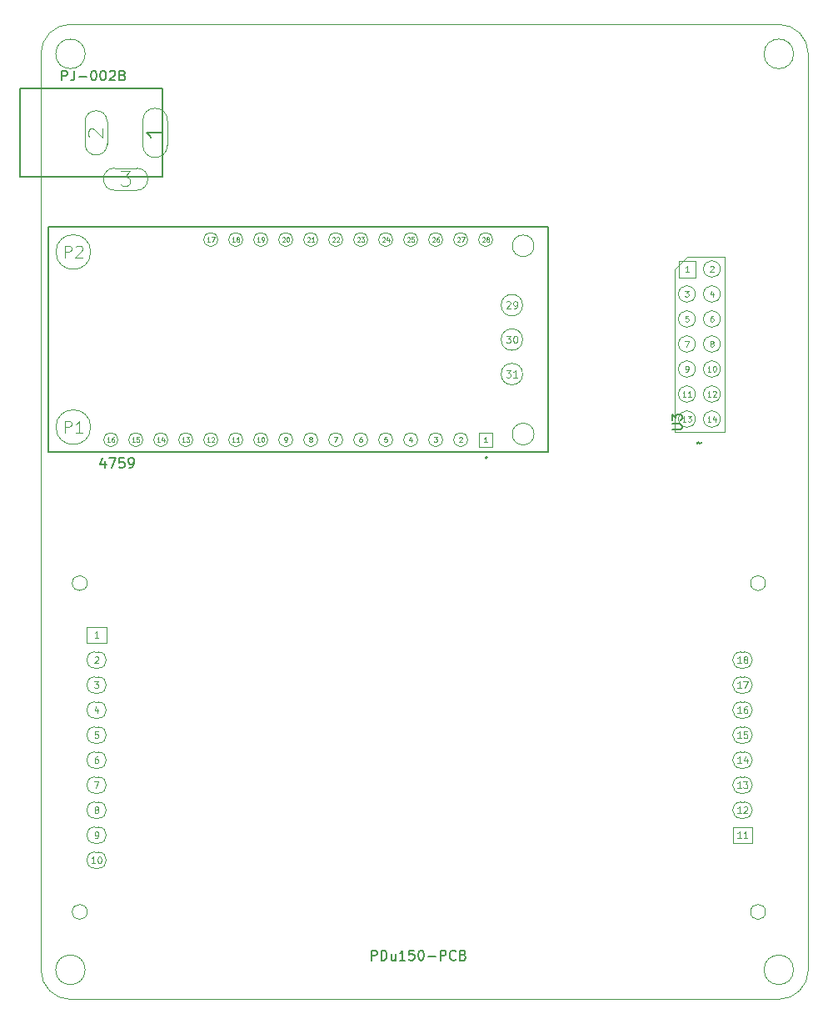
<source format=gbr>
%TF.GenerationSoftware,KiCad,Pcbnew,9.0.4*%
%TF.CreationDate,2025-09-21T19:32:40-04:00*%
%TF.ProjectId,Nanopositioner_V10,4e616e6f-706f-4736-9974-696f6e65725f,rev?*%
%TF.SameCoordinates,Original*%
%TF.FileFunction,AssemblyDrawing,Top*%
%FSLAX46Y46*%
G04 Gerber Fmt 4.6, Leading zero omitted, Abs format (unit mm)*
G04 Created by KiCad (PCBNEW 9.0.4) date 2025-09-21 19:32:40*
%MOMM*%
%LPD*%
G01*
G04 APERTURE LIST*
%ADD10C,0.150000*%
%ADD11C,0.100000*%
%ADD12C,0.127000*%
%ADD13C,0.200000*%
%ADD14C,0.047222*%
%ADD15C,0.055556*%
%ADD16C,0.039111*%
%ADD17C,0.097667*%
%ADD18C,0.060678*%
%ADD19C,0.138889*%
%ADD20C,0.125000*%
%TA.AperFunction,Profile*%
%ADD21C,0.050000*%
%TD*%
G04 APERTURE END LIST*
D10*
X167668095Y-83533866D02*
X167715714Y-83486247D01*
X167715714Y-83486247D02*
X167810952Y-83438628D01*
X167810952Y-83438628D02*
X168001428Y-83533866D01*
X168001428Y-83533866D02*
X168096666Y-83486247D01*
X168096666Y-83486247D02*
X168144285Y-83438628D01*
X165149819Y-82151904D02*
X165959342Y-82151904D01*
X165959342Y-82151904D02*
X166054580Y-82104285D01*
X166054580Y-82104285D02*
X166102200Y-82056666D01*
X166102200Y-82056666D02*
X166149819Y-81961428D01*
X166149819Y-81961428D02*
X166149819Y-81770952D01*
X166149819Y-81770952D02*
X166102200Y-81675714D01*
X166102200Y-81675714D02*
X166054580Y-81628095D01*
X166054580Y-81628095D02*
X165959342Y-81580476D01*
X165959342Y-81580476D02*
X165149819Y-81580476D01*
X165149819Y-81199523D02*
X165149819Y-80580476D01*
X165149819Y-80580476D02*
X165530771Y-80913809D01*
X165530771Y-80913809D02*
X165530771Y-80770952D01*
X165530771Y-80770952D02*
X165578390Y-80675714D01*
X165578390Y-80675714D02*
X165626009Y-80628095D01*
X165626009Y-80628095D02*
X165721247Y-80580476D01*
X165721247Y-80580476D02*
X165959342Y-80580476D01*
X165959342Y-80580476D02*
X166054580Y-80628095D01*
X166054580Y-80628095D02*
X166102200Y-80675714D01*
X166102200Y-80675714D02*
X166149819Y-80770952D01*
X166149819Y-80770952D02*
X166149819Y-81056666D01*
X166149819Y-81056666D02*
X166102200Y-81151904D01*
X166102200Y-81151904D02*
X166054580Y-81199523D01*
X134592585Y-136027819D02*
X134592585Y-135027819D01*
X134592585Y-135027819D02*
X134973537Y-135027819D01*
X134973537Y-135027819D02*
X135068775Y-135075438D01*
X135068775Y-135075438D02*
X135116394Y-135123057D01*
X135116394Y-135123057D02*
X135164013Y-135218295D01*
X135164013Y-135218295D02*
X135164013Y-135361152D01*
X135164013Y-135361152D02*
X135116394Y-135456390D01*
X135116394Y-135456390D02*
X135068775Y-135504009D01*
X135068775Y-135504009D02*
X134973537Y-135551628D01*
X134973537Y-135551628D02*
X134592585Y-135551628D01*
X135592585Y-136027819D02*
X135592585Y-135027819D01*
X135592585Y-135027819D02*
X135830680Y-135027819D01*
X135830680Y-135027819D02*
X135973537Y-135075438D01*
X135973537Y-135075438D02*
X136068775Y-135170676D01*
X136068775Y-135170676D02*
X136116394Y-135265914D01*
X136116394Y-135265914D02*
X136164013Y-135456390D01*
X136164013Y-135456390D02*
X136164013Y-135599247D01*
X136164013Y-135599247D02*
X136116394Y-135789723D01*
X136116394Y-135789723D02*
X136068775Y-135884961D01*
X136068775Y-135884961D02*
X135973537Y-135980200D01*
X135973537Y-135980200D02*
X135830680Y-136027819D01*
X135830680Y-136027819D02*
X135592585Y-136027819D01*
X137021156Y-135361152D02*
X137021156Y-136027819D01*
X136592585Y-135361152D02*
X136592585Y-135884961D01*
X136592585Y-135884961D02*
X136640204Y-135980200D01*
X136640204Y-135980200D02*
X136735442Y-136027819D01*
X136735442Y-136027819D02*
X136878299Y-136027819D01*
X136878299Y-136027819D02*
X136973537Y-135980200D01*
X136973537Y-135980200D02*
X137021156Y-135932580D01*
X138021156Y-136027819D02*
X137449728Y-136027819D01*
X137735442Y-136027819D02*
X137735442Y-135027819D01*
X137735442Y-135027819D02*
X137640204Y-135170676D01*
X137640204Y-135170676D02*
X137544966Y-135265914D01*
X137544966Y-135265914D02*
X137449728Y-135313533D01*
X138925918Y-135027819D02*
X138449728Y-135027819D01*
X138449728Y-135027819D02*
X138402109Y-135504009D01*
X138402109Y-135504009D02*
X138449728Y-135456390D01*
X138449728Y-135456390D02*
X138544966Y-135408771D01*
X138544966Y-135408771D02*
X138783061Y-135408771D01*
X138783061Y-135408771D02*
X138878299Y-135456390D01*
X138878299Y-135456390D02*
X138925918Y-135504009D01*
X138925918Y-135504009D02*
X138973537Y-135599247D01*
X138973537Y-135599247D02*
X138973537Y-135837342D01*
X138973537Y-135837342D02*
X138925918Y-135932580D01*
X138925918Y-135932580D02*
X138878299Y-135980200D01*
X138878299Y-135980200D02*
X138783061Y-136027819D01*
X138783061Y-136027819D02*
X138544966Y-136027819D01*
X138544966Y-136027819D02*
X138449728Y-135980200D01*
X138449728Y-135980200D02*
X138402109Y-135932580D01*
X139592585Y-135027819D02*
X139687823Y-135027819D01*
X139687823Y-135027819D02*
X139783061Y-135075438D01*
X139783061Y-135075438D02*
X139830680Y-135123057D01*
X139830680Y-135123057D02*
X139878299Y-135218295D01*
X139878299Y-135218295D02*
X139925918Y-135408771D01*
X139925918Y-135408771D02*
X139925918Y-135646866D01*
X139925918Y-135646866D02*
X139878299Y-135837342D01*
X139878299Y-135837342D02*
X139830680Y-135932580D01*
X139830680Y-135932580D02*
X139783061Y-135980200D01*
X139783061Y-135980200D02*
X139687823Y-136027819D01*
X139687823Y-136027819D02*
X139592585Y-136027819D01*
X139592585Y-136027819D02*
X139497347Y-135980200D01*
X139497347Y-135980200D02*
X139449728Y-135932580D01*
X139449728Y-135932580D02*
X139402109Y-135837342D01*
X139402109Y-135837342D02*
X139354490Y-135646866D01*
X139354490Y-135646866D02*
X139354490Y-135408771D01*
X139354490Y-135408771D02*
X139402109Y-135218295D01*
X139402109Y-135218295D02*
X139449728Y-135123057D01*
X139449728Y-135123057D02*
X139497347Y-135075438D01*
X139497347Y-135075438D02*
X139592585Y-135027819D01*
X140354490Y-135646866D02*
X141116395Y-135646866D01*
X141592585Y-136027819D02*
X141592585Y-135027819D01*
X141592585Y-135027819D02*
X141973537Y-135027819D01*
X141973537Y-135027819D02*
X142068775Y-135075438D01*
X142068775Y-135075438D02*
X142116394Y-135123057D01*
X142116394Y-135123057D02*
X142164013Y-135218295D01*
X142164013Y-135218295D02*
X142164013Y-135361152D01*
X142164013Y-135361152D02*
X142116394Y-135456390D01*
X142116394Y-135456390D02*
X142068775Y-135504009D01*
X142068775Y-135504009D02*
X141973537Y-135551628D01*
X141973537Y-135551628D02*
X141592585Y-135551628D01*
X143164013Y-135932580D02*
X143116394Y-135980200D01*
X143116394Y-135980200D02*
X142973537Y-136027819D01*
X142973537Y-136027819D02*
X142878299Y-136027819D01*
X142878299Y-136027819D02*
X142735442Y-135980200D01*
X142735442Y-135980200D02*
X142640204Y-135884961D01*
X142640204Y-135884961D02*
X142592585Y-135789723D01*
X142592585Y-135789723D02*
X142544966Y-135599247D01*
X142544966Y-135599247D02*
X142544966Y-135456390D01*
X142544966Y-135456390D02*
X142592585Y-135265914D01*
X142592585Y-135265914D02*
X142640204Y-135170676D01*
X142640204Y-135170676D02*
X142735442Y-135075438D01*
X142735442Y-135075438D02*
X142878299Y-135027819D01*
X142878299Y-135027819D02*
X142973537Y-135027819D01*
X142973537Y-135027819D02*
X143116394Y-135075438D01*
X143116394Y-135075438D02*
X143164013Y-135123057D01*
X143925918Y-135504009D02*
X144068775Y-135551628D01*
X144068775Y-135551628D02*
X144116394Y-135599247D01*
X144116394Y-135599247D02*
X144164013Y-135694485D01*
X144164013Y-135694485D02*
X144164013Y-135837342D01*
X144164013Y-135837342D02*
X144116394Y-135932580D01*
X144116394Y-135932580D02*
X144068775Y-135980200D01*
X144068775Y-135980200D02*
X143973537Y-136027819D01*
X143973537Y-136027819D02*
X143592585Y-136027819D01*
X143592585Y-136027819D02*
X143592585Y-135027819D01*
X143592585Y-135027819D02*
X143925918Y-135027819D01*
X143925918Y-135027819D02*
X144021156Y-135075438D01*
X144021156Y-135075438D02*
X144068775Y-135123057D01*
X144068775Y-135123057D02*
X144116394Y-135218295D01*
X144116394Y-135218295D02*
X144116394Y-135313533D01*
X144116394Y-135313533D02*
X144068775Y-135408771D01*
X144068775Y-135408771D02*
X144021156Y-135456390D01*
X144021156Y-135456390D02*
X143925918Y-135504009D01*
X143925918Y-135504009D02*
X143592585Y-135504009D01*
X107500404Y-85365652D02*
X107500404Y-86032319D01*
X107262309Y-84984700D02*
X107024214Y-85698985D01*
X107024214Y-85698985D02*
X107643261Y-85698985D01*
X107928976Y-85032319D02*
X108595642Y-85032319D01*
X108595642Y-85032319D02*
X108167071Y-86032319D01*
X109452785Y-85032319D02*
X108976595Y-85032319D01*
X108976595Y-85032319D02*
X108928976Y-85508509D01*
X108928976Y-85508509D02*
X108976595Y-85460890D01*
X108976595Y-85460890D02*
X109071833Y-85413271D01*
X109071833Y-85413271D02*
X109309928Y-85413271D01*
X109309928Y-85413271D02*
X109405166Y-85460890D01*
X109405166Y-85460890D02*
X109452785Y-85508509D01*
X109452785Y-85508509D02*
X109500404Y-85603747D01*
X109500404Y-85603747D02*
X109500404Y-85841842D01*
X109500404Y-85841842D02*
X109452785Y-85937080D01*
X109452785Y-85937080D02*
X109405166Y-85984700D01*
X109405166Y-85984700D02*
X109309928Y-86032319D01*
X109309928Y-86032319D02*
X109071833Y-86032319D01*
X109071833Y-86032319D02*
X108976595Y-85984700D01*
X108976595Y-85984700D02*
X108928976Y-85937080D01*
X109976595Y-86032319D02*
X110167071Y-86032319D01*
X110167071Y-86032319D02*
X110262309Y-85984700D01*
X110262309Y-85984700D02*
X110309928Y-85937080D01*
X110309928Y-85937080D02*
X110405166Y-85794223D01*
X110405166Y-85794223D02*
X110452785Y-85603747D01*
X110452785Y-85603747D02*
X110452785Y-85222795D01*
X110452785Y-85222795D02*
X110405166Y-85127557D01*
X110405166Y-85127557D02*
X110357547Y-85079938D01*
X110357547Y-85079938D02*
X110262309Y-85032319D01*
X110262309Y-85032319D02*
X110071833Y-85032319D01*
X110071833Y-85032319D02*
X109976595Y-85079938D01*
X109976595Y-85079938D02*
X109928976Y-85127557D01*
X109928976Y-85127557D02*
X109881357Y-85222795D01*
X109881357Y-85222795D02*
X109881357Y-85460890D01*
X109881357Y-85460890D02*
X109928976Y-85556128D01*
X109928976Y-85556128D02*
X109976595Y-85603747D01*
X109976595Y-85603747D02*
X110071833Y-85651366D01*
X110071833Y-85651366D02*
X110262309Y-85651366D01*
X110262309Y-85651366D02*
X110357547Y-85603747D01*
X110357547Y-85603747D02*
X110405166Y-85556128D01*
X110405166Y-85556128D02*
X110452785Y-85460890D01*
X103122283Y-46698568D02*
X103122283Y-45698332D01*
X103122283Y-45698332D02*
X103503325Y-45698332D01*
X103503325Y-45698332D02*
X103598586Y-45745962D01*
X103598586Y-45745962D02*
X103646216Y-45793592D01*
X103646216Y-45793592D02*
X103693846Y-45888853D01*
X103693846Y-45888853D02*
X103693846Y-46031744D01*
X103693846Y-46031744D02*
X103646216Y-46127004D01*
X103646216Y-46127004D02*
X103598586Y-46174635D01*
X103598586Y-46174635D02*
X103503325Y-46222265D01*
X103503325Y-46222265D02*
X103122283Y-46222265D01*
X104408301Y-45698332D02*
X104408301Y-46412786D01*
X104408301Y-46412786D02*
X104360670Y-46555677D01*
X104360670Y-46555677D02*
X104265410Y-46650938D01*
X104265410Y-46650938D02*
X104122519Y-46698568D01*
X104122519Y-46698568D02*
X104027258Y-46698568D01*
X104884604Y-46317526D02*
X105646689Y-46317526D01*
X106313512Y-45698332D02*
X106408773Y-45698332D01*
X106408773Y-45698332D02*
X106504033Y-45745962D01*
X106504033Y-45745962D02*
X106551664Y-45793592D01*
X106551664Y-45793592D02*
X106599294Y-45888853D01*
X106599294Y-45888853D02*
X106646924Y-46079374D01*
X106646924Y-46079374D02*
X106646924Y-46317526D01*
X106646924Y-46317526D02*
X106599294Y-46508047D01*
X106599294Y-46508047D02*
X106551664Y-46603307D01*
X106551664Y-46603307D02*
X106504033Y-46650938D01*
X106504033Y-46650938D02*
X106408773Y-46698568D01*
X106408773Y-46698568D02*
X106313512Y-46698568D01*
X106313512Y-46698568D02*
X106218252Y-46650938D01*
X106218252Y-46650938D02*
X106170621Y-46603307D01*
X106170621Y-46603307D02*
X106122991Y-46508047D01*
X106122991Y-46508047D02*
X106075361Y-46317526D01*
X106075361Y-46317526D02*
X106075361Y-46079374D01*
X106075361Y-46079374D02*
X106122991Y-45888853D01*
X106122991Y-45888853D02*
X106170621Y-45793592D01*
X106170621Y-45793592D02*
X106218252Y-45745962D01*
X106218252Y-45745962D02*
X106313512Y-45698332D01*
X107266118Y-45698332D02*
X107361379Y-45698332D01*
X107361379Y-45698332D02*
X107456639Y-45745962D01*
X107456639Y-45745962D02*
X107504270Y-45793592D01*
X107504270Y-45793592D02*
X107551900Y-45888853D01*
X107551900Y-45888853D02*
X107599530Y-46079374D01*
X107599530Y-46079374D02*
X107599530Y-46317526D01*
X107599530Y-46317526D02*
X107551900Y-46508047D01*
X107551900Y-46508047D02*
X107504270Y-46603307D01*
X107504270Y-46603307D02*
X107456639Y-46650938D01*
X107456639Y-46650938D02*
X107361379Y-46698568D01*
X107361379Y-46698568D02*
X107266118Y-46698568D01*
X107266118Y-46698568D02*
X107170858Y-46650938D01*
X107170858Y-46650938D02*
X107123227Y-46603307D01*
X107123227Y-46603307D02*
X107075597Y-46508047D01*
X107075597Y-46508047D02*
X107027967Y-46317526D01*
X107027967Y-46317526D02*
X107027967Y-46079374D01*
X107027967Y-46079374D02*
X107075597Y-45888853D01*
X107075597Y-45888853D02*
X107123227Y-45793592D01*
X107123227Y-45793592D02*
X107170858Y-45745962D01*
X107170858Y-45745962D02*
X107266118Y-45698332D01*
X107980573Y-45793592D02*
X108028203Y-45745962D01*
X108028203Y-45745962D02*
X108123464Y-45698332D01*
X108123464Y-45698332D02*
X108361615Y-45698332D01*
X108361615Y-45698332D02*
X108456876Y-45745962D01*
X108456876Y-45745962D02*
X108504506Y-45793592D01*
X108504506Y-45793592D02*
X108552136Y-45888853D01*
X108552136Y-45888853D02*
X108552136Y-45984114D01*
X108552136Y-45984114D02*
X108504506Y-46127004D01*
X108504506Y-46127004D02*
X107932942Y-46698568D01*
X107932942Y-46698568D02*
X108552136Y-46698568D01*
X109314221Y-46174635D02*
X109457112Y-46222265D01*
X109457112Y-46222265D02*
X109504742Y-46269895D01*
X109504742Y-46269895D02*
X109552372Y-46365156D01*
X109552372Y-46365156D02*
X109552372Y-46508047D01*
X109552372Y-46508047D02*
X109504742Y-46603307D01*
X109504742Y-46603307D02*
X109457112Y-46650938D01*
X109457112Y-46650938D02*
X109361851Y-46698568D01*
X109361851Y-46698568D02*
X108980809Y-46698568D01*
X108980809Y-46698568D02*
X108980809Y-45698332D01*
X108980809Y-45698332D02*
X109314221Y-45698332D01*
X109314221Y-45698332D02*
X109409482Y-45745962D01*
X109409482Y-45745962D02*
X109457112Y-45793592D01*
X109457112Y-45793592D02*
X109504742Y-45888853D01*
X109504742Y-45888853D02*
X109504742Y-45984114D01*
X109504742Y-45984114D02*
X109457112Y-46079374D01*
X109457112Y-46079374D02*
X109409482Y-46127004D01*
X109409482Y-46127004D02*
X109314221Y-46174635D01*
X109314221Y-46174635D02*
X108980809Y-46174635D01*
D11*
%TO.C,U3*%
X170470000Y-82350000D02*
X165390000Y-82350000D01*
X170470000Y-64570000D02*
X170470000Y-82350000D01*
X166660000Y-64570000D02*
X170470000Y-64570000D01*
X165390000Y-82350000D02*
X165390000Y-65840000D01*
X165390000Y-65840000D02*
X166660000Y-64570000D01*
D12*
%TO.C,U2*%
X101753500Y-84442500D02*
X101753500Y-61582500D01*
X101753500Y-61582500D02*
X152553500Y-61582500D01*
X152553500Y-61582500D02*
X152553500Y-84442500D01*
X152553500Y-84442500D02*
X101753500Y-84442500D01*
D13*
X146353500Y-84992500D02*
G75*
G02*
X146153500Y-84992500I-100000J0D01*
G01*
X146153500Y-84992500D02*
G75*
G02*
X146353500Y-84992500I100000J0D01*
G01*
D12*
%TO.C,J1*%
X113310000Y-56520000D02*
X98910000Y-56520000D01*
X98910000Y-56520000D02*
X98910000Y-47520000D01*
X98910000Y-47520000D02*
X113310000Y-47520000D01*
X113310000Y-47520000D02*
X113310000Y-56520000D01*
%TD*%
D14*
X169092063Y-81339695D02*
X168768254Y-81339695D01*
X168930158Y-81339695D02*
X168930158Y-80773029D01*
X168930158Y-80773029D02*
X168876190Y-80853981D01*
X168876190Y-80853981D02*
X168822222Y-80907949D01*
X168822222Y-80907949D02*
X168768254Y-80934933D01*
X169577777Y-80961917D02*
X169577777Y-81339695D01*
X169442856Y-80746045D02*
X169307936Y-81150806D01*
X169307936Y-81150806D02*
X169658729Y-81150806D01*
D11*
%TO.C,U3*%
X170050000Y-81080000D02*
G75*
G02*
X168350000Y-81080000I-850000J0D01*
G01*
X168350000Y-81080000D02*
G75*
G02*
X170050000Y-81080000I850000J0D01*
G01*
D14*
X166552063Y-81339695D02*
X166228254Y-81339695D01*
X166390158Y-81339695D02*
X166390158Y-80773029D01*
X166390158Y-80773029D02*
X166336190Y-80853981D01*
X166336190Y-80853981D02*
X166282222Y-80907949D01*
X166282222Y-80907949D02*
X166228254Y-80934933D01*
X166740952Y-80773029D02*
X167091745Y-80773029D01*
X167091745Y-80773029D02*
X166902856Y-80988901D01*
X166902856Y-80988901D02*
X166983809Y-80988901D01*
X166983809Y-80988901D02*
X167037777Y-81015885D01*
X167037777Y-81015885D02*
X167064761Y-81042870D01*
X167064761Y-81042870D02*
X167091745Y-81096838D01*
X167091745Y-81096838D02*
X167091745Y-81231758D01*
X167091745Y-81231758D02*
X167064761Y-81285726D01*
X167064761Y-81285726D02*
X167037777Y-81312711D01*
X167037777Y-81312711D02*
X166983809Y-81339695D01*
X166983809Y-81339695D02*
X166821904Y-81339695D01*
X166821904Y-81339695D02*
X166767936Y-81312711D01*
X166767936Y-81312711D02*
X166740952Y-81285726D01*
D11*
X167510000Y-81080000D02*
G75*
G02*
X165810000Y-81080000I-850000J0D01*
G01*
X165810000Y-81080000D02*
G75*
G02*
X167510000Y-81080000I850000J0D01*
G01*
D14*
X169092063Y-78799695D02*
X168768254Y-78799695D01*
X168930158Y-78799695D02*
X168930158Y-78233029D01*
X168930158Y-78233029D02*
X168876190Y-78313981D01*
X168876190Y-78313981D02*
X168822222Y-78367949D01*
X168822222Y-78367949D02*
X168768254Y-78394933D01*
X169307936Y-78286997D02*
X169334920Y-78260013D01*
X169334920Y-78260013D02*
X169388888Y-78233029D01*
X169388888Y-78233029D02*
X169523809Y-78233029D01*
X169523809Y-78233029D02*
X169577777Y-78260013D01*
X169577777Y-78260013D02*
X169604761Y-78286997D01*
X169604761Y-78286997D02*
X169631745Y-78340965D01*
X169631745Y-78340965D02*
X169631745Y-78394933D01*
X169631745Y-78394933D02*
X169604761Y-78475885D01*
X169604761Y-78475885D02*
X169280952Y-78799695D01*
X169280952Y-78799695D02*
X169631745Y-78799695D01*
D11*
X170050000Y-78540000D02*
G75*
G02*
X168350000Y-78540000I-850000J0D01*
G01*
X168350000Y-78540000D02*
G75*
G02*
X170050000Y-78540000I850000J0D01*
G01*
D14*
X166552063Y-78799695D02*
X166228254Y-78799695D01*
X166390158Y-78799695D02*
X166390158Y-78233029D01*
X166390158Y-78233029D02*
X166336190Y-78313981D01*
X166336190Y-78313981D02*
X166282222Y-78367949D01*
X166282222Y-78367949D02*
X166228254Y-78394933D01*
X167091745Y-78799695D02*
X166767936Y-78799695D01*
X166929840Y-78799695D02*
X166929840Y-78233029D01*
X166929840Y-78233029D02*
X166875872Y-78313981D01*
X166875872Y-78313981D02*
X166821904Y-78367949D01*
X166821904Y-78367949D02*
X166767936Y-78394933D01*
D11*
X167510000Y-78540000D02*
G75*
G02*
X165810000Y-78540000I-850000J0D01*
G01*
X165810000Y-78540000D02*
G75*
G02*
X167510000Y-78540000I850000J0D01*
G01*
D14*
X169092063Y-76259695D02*
X168768254Y-76259695D01*
X168930158Y-76259695D02*
X168930158Y-75693029D01*
X168930158Y-75693029D02*
X168876190Y-75773981D01*
X168876190Y-75773981D02*
X168822222Y-75827949D01*
X168822222Y-75827949D02*
X168768254Y-75854933D01*
X169442856Y-75693029D02*
X169496825Y-75693029D01*
X169496825Y-75693029D02*
X169550793Y-75720013D01*
X169550793Y-75720013D02*
X169577777Y-75746997D01*
X169577777Y-75746997D02*
X169604761Y-75800965D01*
X169604761Y-75800965D02*
X169631745Y-75908901D01*
X169631745Y-75908901D02*
X169631745Y-76043822D01*
X169631745Y-76043822D02*
X169604761Y-76151758D01*
X169604761Y-76151758D02*
X169577777Y-76205726D01*
X169577777Y-76205726D02*
X169550793Y-76232711D01*
X169550793Y-76232711D02*
X169496825Y-76259695D01*
X169496825Y-76259695D02*
X169442856Y-76259695D01*
X169442856Y-76259695D02*
X169388888Y-76232711D01*
X169388888Y-76232711D02*
X169361904Y-76205726D01*
X169361904Y-76205726D02*
X169334920Y-76151758D01*
X169334920Y-76151758D02*
X169307936Y-76043822D01*
X169307936Y-76043822D02*
X169307936Y-75908901D01*
X169307936Y-75908901D02*
X169334920Y-75800965D01*
X169334920Y-75800965D02*
X169361904Y-75746997D01*
X169361904Y-75746997D02*
X169388888Y-75720013D01*
X169388888Y-75720013D02*
X169442856Y-75693029D01*
D11*
X170050000Y-76000000D02*
G75*
G02*
X168350000Y-76000000I-850000J0D01*
G01*
X168350000Y-76000000D02*
G75*
G02*
X170050000Y-76000000I850000J0D01*
G01*
D14*
X166552063Y-76259695D02*
X166659999Y-76259695D01*
X166659999Y-76259695D02*
X166713968Y-76232711D01*
X166713968Y-76232711D02*
X166740952Y-76205726D01*
X166740952Y-76205726D02*
X166794920Y-76124774D01*
X166794920Y-76124774D02*
X166821904Y-76016838D01*
X166821904Y-76016838D02*
X166821904Y-75800965D01*
X166821904Y-75800965D02*
X166794920Y-75746997D01*
X166794920Y-75746997D02*
X166767936Y-75720013D01*
X166767936Y-75720013D02*
X166713968Y-75693029D01*
X166713968Y-75693029D02*
X166606031Y-75693029D01*
X166606031Y-75693029D02*
X166552063Y-75720013D01*
X166552063Y-75720013D02*
X166525079Y-75746997D01*
X166525079Y-75746997D02*
X166498095Y-75800965D01*
X166498095Y-75800965D02*
X166498095Y-75935885D01*
X166498095Y-75935885D02*
X166525079Y-75989854D01*
X166525079Y-75989854D02*
X166552063Y-76016838D01*
X166552063Y-76016838D02*
X166606031Y-76043822D01*
X166606031Y-76043822D02*
X166713968Y-76043822D01*
X166713968Y-76043822D02*
X166767936Y-76016838D01*
X166767936Y-76016838D02*
X166794920Y-75989854D01*
X166794920Y-75989854D02*
X166821904Y-75935885D01*
D11*
X167510000Y-76000000D02*
G75*
G02*
X165810000Y-76000000I-850000J0D01*
G01*
X165810000Y-76000000D02*
G75*
G02*
X167510000Y-76000000I850000J0D01*
G01*
D14*
X169146031Y-73395885D02*
X169092063Y-73368901D01*
X169092063Y-73368901D02*
X169065079Y-73341917D01*
X169065079Y-73341917D02*
X169038095Y-73287949D01*
X169038095Y-73287949D02*
X169038095Y-73260965D01*
X169038095Y-73260965D02*
X169065079Y-73206997D01*
X169065079Y-73206997D02*
X169092063Y-73180013D01*
X169092063Y-73180013D02*
X169146031Y-73153029D01*
X169146031Y-73153029D02*
X169253968Y-73153029D01*
X169253968Y-73153029D02*
X169307936Y-73180013D01*
X169307936Y-73180013D02*
X169334920Y-73206997D01*
X169334920Y-73206997D02*
X169361904Y-73260965D01*
X169361904Y-73260965D02*
X169361904Y-73287949D01*
X169361904Y-73287949D02*
X169334920Y-73341917D01*
X169334920Y-73341917D02*
X169307936Y-73368901D01*
X169307936Y-73368901D02*
X169253968Y-73395885D01*
X169253968Y-73395885D02*
X169146031Y-73395885D01*
X169146031Y-73395885D02*
X169092063Y-73422870D01*
X169092063Y-73422870D02*
X169065079Y-73449854D01*
X169065079Y-73449854D02*
X169038095Y-73503822D01*
X169038095Y-73503822D02*
X169038095Y-73611758D01*
X169038095Y-73611758D02*
X169065079Y-73665726D01*
X169065079Y-73665726D02*
X169092063Y-73692711D01*
X169092063Y-73692711D02*
X169146031Y-73719695D01*
X169146031Y-73719695D02*
X169253968Y-73719695D01*
X169253968Y-73719695D02*
X169307936Y-73692711D01*
X169307936Y-73692711D02*
X169334920Y-73665726D01*
X169334920Y-73665726D02*
X169361904Y-73611758D01*
X169361904Y-73611758D02*
X169361904Y-73503822D01*
X169361904Y-73503822D02*
X169334920Y-73449854D01*
X169334920Y-73449854D02*
X169307936Y-73422870D01*
X169307936Y-73422870D02*
X169253968Y-73395885D01*
D11*
X170050000Y-73460000D02*
G75*
G02*
X168350000Y-73460000I-850000J0D01*
G01*
X168350000Y-73460000D02*
G75*
G02*
X170050000Y-73460000I850000J0D01*
G01*
D14*
X166471111Y-73153029D02*
X166848888Y-73153029D01*
X166848888Y-73153029D02*
X166606031Y-73719695D01*
D11*
X167510000Y-73460000D02*
G75*
G02*
X165810000Y-73460000I-850000J0D01*
G01*
X165810000Y-73460000D02*
G75*
G02*
X167510000Y-73460000I850000J0D01*
G01*
D14*
X169307936Y-70613029D02*
X169199999Y-70613029D01*
X169199999Y-70613029D02*
X169146031Y-70640013D01*
X169146031Y-70640013D02*
X169119047Y-70666997D01*
X169119047Y-70666997D02*
X169065079Y-70747949D01*
X169065079Y-70747949D02*
X169038095Y-70855885D01*
X169038095Y-70855885D02*
X169038095Y-71071758D01*
X169038095Y-71071758D02*
X169065079Y-71125726D01*
X169065079Y-71125726D02*
X169092063Y-71152711D01*
X169092063Y-71152711D02*
X169146031Y-71179695D01*
X169146031Y-71179695D02*
X169253968Y-71179695D01*
X169253968Y-71179695D02*
X169307936Y-71152711D01*
X169307936Y-71152711D02*
X169334920Y-71125726D01*
X169334920Y-71125726D02*
X169361904Y-71071758D01*
X169361904Y-71071758D02*
X169361904Y-70936838D01*
X169361904Y-70936838D02*
X169334920Y-70882870D01*
X169334920Y-70882870D02*
X169307936Y-70855885D01*
X169307936Y-70855885D02*
X169253968Y-70828901D01*
X169253968Y-70828901D02*
X169146031Y-70828901D01*
X169146031Y-70828901D02*
X169092063Y-70855885D01*
X169092063Y-70855885D02*
X169065079Y-70882870D01*
X169065079Y-70882870D02*
X169038095Y-70936838D01*
D11*
X170050000Y-70920000D02*
G75*
G02*
X168350000Y-70920000I-850000J0D01*
G01*
X168350000Y-70920000D02*
G75*
G02*
X170050000Y-70920000I850000J0D01*
G01*
D14*
X166794920Y-70613029D02*
X166525079Y-70613029D01*
X166525079Y-70613029D02*
X166498095Y-70882870D01*
X166498095Y-70882870D02*
X166525079Y-70855885D01*
X166525079Y-70855885D02*
X166579047Y-70828901D01*
X166579047Y-70828901D02*
X166713968Y-70828901D01*
X166713968Y-70828901D02*
X166767936Y-70855885D01*
X166767936Y-70855885D02*
X166794920Y-70882870D01*
X166794920Y-70882870D02*
X166821904Y-70936838D01*
X166821904Y-70936838D02*
X166821904Y-71071758D01*
X166821904Y-71071758D02*
X166794920Y-71125726D01*
X166794920Y-71125726D02*
X166767936Y-71152711D01*
X166767936Y-71152711D02*
X166713968Y-71179695D01*
X166713968Y-71179695D02*
X166579047Y-71179695D01*
X166579047Y-71179695D02*
X166525079Y-71152711D01*
X166525079Y-71152711D02*
X166498095Y-71125726D01*
D11*
X167510000Y-70920000D02*
G75*
G02*
X165810000Y-70920000I-850000J0D01*
G01*
X165810000Y-70920000D02*
G75*
G02*
X167510000Y-70920000I850000J0D01*
G01*
D14*
X169307936Y-68261917D02*
X169307936Y-68639695D01*
X169173015Y-68046045D02*
X169038095Y-68450806D01*
X169038095Y-68450806D02*
X169388888Y-68450806D01*
D11*
X170050000Y-68380000D02*
G75*
G02*
X168350000Y-68380000I-850000J0D01*
G01*
X168350000Y-68380000D02*
G75*
G02*
X170050000Y-68380000I850000J0D01*
G01*
D14*
X166471111Y-68073029D02*
X166821904Y-68073029D01*
X166821904Y-68073029D02*
X166633015Y-68288901D01*
X166633015Y-68288901D02*
X166713968Y-68288901D01*
X166713968Y-68288901D02*
X166767936Y-68315885D01*
X166767936Y-68315885D02*
X166794920Y-68342870D01*
X166794920Y-68342870D02*
X166821904Y-68396838D01*
X166821904Y-68396838D02*
X166821904Y-68531758D01*
X166821904Y-68531758D02*
X166794920Y-68585726D01*
X166794920Y-68585726D02*
X166767936Y-68612711D01*
X166767936Y-68612711D02*
X166713968Y-68639695D01*
X166713968Y-68639695D02*
X166552063Y-68639695D01*
X166552063Y-68639695D02*
X166498095Y-68612711D01*
X166498095Y-68612711D02*
X166471111Y-68585726D01*
D11*
X167510000Y-68380000D02*
G75*
G02*
X165810000Y-68380000I-850000J0D01*
G01*
X165810000Y-68380000D02*
G75*
G02*
X167510000Y-68380000I850000J0D01*
G01*
D14*
X169038095Y-65586997D02*
X169065079Y-65560013D01*
X169065079Y-65560013D02*
X169119047Y-65533029D01*
X169119047Y-65533029D02*
X169253968Y-65533029D01*
X169253968Y-65533029D02*
X169307936Y-65560013D01*
X169307936Y-65560013D02*
X169334920Y-65586997D01*
X169334920Y-65586997D02*
X169361904Y-65640965D01*
X169361904Y-65640965D02*
X169361904Y-65694933D01*
X169361904Y-65694933D02*
X169334920Y-65775885D01*
X169334920Y-65775885D02*
X169011111Y-66099695D01*
X169011111Y-66099695D02*
X169361904Y-66099695D01*
D11*
X170050000Y-65840000D02*
G75*
G02*
X168350000Y-65840000I-850000J0D01*
G01*
X168350000Y-65840000D02*
G75*
G02*
X170050000Y-65840000I850000J0D01*
G01*
D14*
X166821904Y-66099695D02*
X166498095Y-66099695D01*
X166659999Y-66099695D02*
X166659999Y-65533029D01*
X166659999Y-65533029D02*
X166606031Y-65613981D01*
X166606031Y-65613981D02*
X166552063Y-65667949D01*
X166552063Y-65667949D02*
X166498095Y-65694933D01*
D11*
X165810000Y-64990000D02*
X165810000Y-66690000D01*
X167510000Y-66690000D01*
X167510000Y-64990000D01*
X165810000Y-64990000D01*
%TD*%
%TO.C,U1*%
X105704990Y-131123000D02*
G75*
G02*
X104180990Y-131123000I-762000J0D01*
G01*
X104180990Y-131123000D02*
G75*
G02*
X105704990Y-131123000I762000J0D01*
G01*
X174650990Y-131123000D02*
G75*
G02*
X173126990Y-131123000I-762000J0D01*
G01*
X173126990Y-131123000D02*
G75*
G02*
X174650990Y-131123000I762000J0D01*
G01*
X174650990Y-97737000D02*
G75*
G02*
X173126990Y-97737000I-762000J0D01*
G01*
X173126990Y-97737000D02*
G75*
G02*
X174650990Y-97737000I762000J0D01*
G01*
X105704990Y-97737000D02*
G75*
G02*
X104180990Y-97737000I-762000J0D01*
G01*
X104180990Y-97737000D02*
G75*
G02*
X105704990Y-97737000I762000J0D01*
G01*
D15*
X172182016Y-110925524D02*
X171801064Y-110925524D01*
X171991540Y-110925524D02*
X171991540Y-110258858D01*
X171991540Y-110258858D02*
X171928048Y-110354096D01*
X171928048Y-110354096D02*
X171864556Y-110417588D01*
X171864556Y-110417588D02*
X171801064Y-110449334D01*
X172753444Y-110258858D02*
X172626460Y-110258858D01*
X172626460Y-110258858D02*
X172562968Y-110290604D01*
X172562968Y-110290604D02*
X172531222Y-110322350D01*
X172531222Y-110322350D02*
X172467730Y-110417588D01*
X172467730Y-110417588D02*
X172435984Y-110544572D01*
X172435984Y-110544572D02*
X172435984Y-110798540D01*
X172435984Y-110798540D02*
X172467730Y-110862032D01*
X172467730Y-110862032D02*
X172499476Y-110893778D01*
X172499476Y-110893778D02*
X172562968Y-110925524D01*
X172562968Y-110925524D02*
X172689952Y-110925524D01*
X172689952Y-110925524D02*
X172753444Y-110893778D01*
X172753444Y-110893778D02*
X172785190Y-110862032D01*
X172785190Y-110862032D02*
X172816936Y-110798540D01*
X172816936Y-110798540D02*
X172816936Y-110639810D01*
X172816936Y-110639810D02*
X172785190Y-110576318D01*
X172785190Y-110576318D02*
X172753444Y-110544572D01*
X172753444Y-110544572D02*
X172689952Y-110512826D01*
X172689952Y-110512826D02*
X172562968Y-110512826D01*
X172562968Y-110512826D02*
X172499476Y-110544572D01*
X172499476Y-110544572D02*
X172467730Y-110576318D01*
X172467730Y-110576318D02*
X172435984Y-110639810D01*
D11*
X172134500Y-111445500D02*
X172483500Y-111445500D01*
X172483500Y-109794500D02*
G75*
G02*
X172483500Y-111445500I0J-825500D01*
G01*
X172483500Y-109794500D02*
X172134500Y-109794500D01*
X172134500Y-109794500D02*
G75*
G03*
X172134500Y-111445500I0J-825500D01*
G01*
D15*
X172182016Y-113465524D02*
X171801064Y-113465524D01*
X171991540Y-113465524D02*
X171991540Y-112798858D01*
X171991540Y-112798858D02*
X171928048Y-112894096D01*
X171928048Y-112894096D02*
X171864556Y-112957588D01*
X171864556Y-112957588D02*
X171801064Y-112989334D01*
X172785190Y-112798858D02*
X172467730Y-112798858D01*
X172467730Y-112798858D02*
X172435984Y-113116318D01*
X172435984Y-113116318D02*
X172467730Y-113084572D01*
X172467730Y-113084572D02*
X172531222Y-113052826D01*
X172531222Y-113052826D02*
X172689952Y-113052826D01*
X172689952Y-113052826D02*
X172753444Y-113084572D01*
X172753444Y-113084572D02*
X172785190Y-113116318D01*
X172785190Y-113116318D02*
X172816936Y-113179810D01*
X172816936Y-113179810D02*
X172816936Y-113338540D01*
X172816936Y-113338540D02*
X172785190Y-113402032D01*
X172785190Y-113402032D02*
X172753444Y-113433778D01*
X172753444Y-113433778D02*
X172689952Y-113465524D01*
X172689952Y-113465524D02*
X172531222Y-113465524D01*
X172531222Y-113465524D02*
X172467730Y-113433778D01*
X172467730Y-113433778D02*
X172435984Y-113402032D01*
D11*
X172134500Y-113985500D02*
X172483500Y-113985500D01*
X172483500Y-112334500D02*
G75*
G02*
X172483500Y-113985500I0J-825500D01*
G01*
X172483500Y-112334500D02*
X172134500Y-112334500D01*
X172134500Y-112334500D02*
G75*
G03*
X172134500Y-113985500I0J-825500D01*
G01*
D15*
X172182016Y-123625524D02*
X171801064Y-123625524D01*
X171991540Y-123625524D02*
X171991540Y-122958858D01*
X171991540Y-122958858D02*
X171928048Y-123054096D01*
X171928048Y-123054096D02*
X171864556Y-123117588D01*
X171864556Y-123117588D02*
X171801064Y-123149334D01*
X172816936Y-123625524D02*
X172435984Y-123625524D01*
X172626460Y-123625524D02*
X172626460Y-122958858D01*
X172626460Y-122958858D02*
X172562968Y-123054096D01*
X172562968Y-123054096D02*
X172499476Y-123117588D01*
X172499476Y-123117588D02*
X172435984Y-123149334D01*
D11*
X171309000Y-122494500D02*
X171309000Y-124145500D01*
X173309000Y-124145500D01*
X173309000Y-122494500D01*
X171309000Y-122494500D01*
D15*
X172182016Y-121085524D02*
X171801064Y-121085524D01*
X171991540Y-121085524D02*
X171991540Y-120418858D01*
X171991540Y-120418858D02*
X171928048Y-120514096D01*
X171928048Y-120514096D02*
X171864556Y-120577588D01*
X171864556Y-120577588D02*
X171801064Y-120609334D01*
X172435984Y-120482350D02*
X172467730Y-120450604D01*
X172467730Y-120450604D02*
X172531222Y-120418858D01*
X172531222Y-120418858D02*
X172689952Y-120418858D01*
X172689952Y-120418858D02*
X172753444Y-120450604D01*
X172753444Y-120450604D02*
X172785190Y-120482350D01*
X172785190Y-120482350D02*
X172816936Y-120545842D01*
X172816936Y-120545842D02*
X172816936Y-120609334D01*
X172816936Y-120609334D02*
X172785190Y-120704572D01*
X172785190Y-120704572D02*
X172404238Y-121085524D01*
X172404238Y-121085524D02*
X172816936Y-121085524D01*
D11*
X172134500Y-121605500D02*
X172483500Y-121605500D01*
X172483500Y-119954500D02*
G75*
G02*
X172483500Y-121605500I0J-825500D01*
G01*
X172483500Y-119954500D02*
X172134500Y-119954500D01*
X172134500Y-119954500D02*
G75*
G03*
X172134500Y-121605500I0J-825500D01*
G01*
D15*
X172182016Y-116005524D02*
X171801064Y-116005524D01*
X171991540Y-116005524D02*
X171991540Y-115338858D01*
X171991540Y-115338858D02*
X171928048Y-115434096D01*
X171928048Y-115434096D02*
X171864556Y-115497588D01*
X171864556Y-115497588D02*
X171801064Y-115529334D01*
X172753444Y-115561080D02*
X172753444Y-116005524D01*
X172594714Y-115307112D02*
X172435984Y-115783302D01*
X172435984Y-115783302D02*
X172848682Y-115783302D01*
D11*
X172134500Y-116525500D02*
X172483500Y-116525500D01*
X172483500Y-114874500D02*
G75*
G02*
X172483500Y-116525500I0J-825500D01*
G01*
X172483500Y-114874500D02*
X172134500Y-114874500D01*
X172134500Y-114874500D02*
G75*
G03*
X172134500Y-116525500I0J-825500D01*
G01*
D15*
X172182016Y-118545524D02*
X171801064Y-118545524D01*
X171991540Y-118545524D02*
X171991540Y-117878858D01*
X171991540Y-117878858D02*
X171928048Y-117974096D01*
X171928048Y-117974096D02*
X171864556Y-118037588D01*
X171864556Y-118037588D02*
X171801064Y-118069334D01*
X172404238Y-117878858D02*
X172816936Y-117878858D01*
X172816936Y-117878858D02*
X172594714Y-118132826D01*
X172594714Y-118132826D02*
X172689952Y-118132826D01*
X172689952Y-118132826D02*
X172753444Y-118164572D01*
X172753444Y-118164572D02*
X172785190Y-118196318D01*
X172785190Y-118196318D02*
X172816936Y-118259810D01*
X172816936Y-118259810D02*
X172816936Y-118418540D01*
X172816936Y-118418540D02*
X172785190Y-118482032D01*
X172785190Y-118482032D02*
X172753444Y-118513778D01*
X172753444Y-118513778D02*
X172689952Y-118545524D01*
X172689952Y-118545524D02*
X172499476Y-118545524D01*
X172499476Y-118545524D02*
X172435984Y-118513778D01*
X172435984Y-118513778D02*
X172404238Y-118482032D01*
D11*
X172134500Y-119065500D02*
X172483500Y-119065500D01*
X172483500Y-117414500D02*
G75*
G02*
X172483500Y-119065500I0J-825500D01*
G01*
X172483500Y-117414500D02*
X172134500Y-117414500D01*
X172134500Y-117414500D02*
G75*
G03*
X172134500Y-119065500I0J-825500D01*
G01*
D15*
X172182016Y-108385524D02*
X171801064Y-108385524D01*
X171991540Y-108385524D02*
X171991540Y-107718858D01*
X171991540Y-107718858D02*
X171928048Y-107814096D01*
X171928048Y-107814096D02*
X171864556Y-107877588D01*
X171864556Y-107877588D02*
X171801064Y-107909334D01*
X172404238Y-107718858D02*
X172848682Y-107718858D01*
X172848682Y-107718858D02*
X172562968Y-108385524D01*
D11*
X172134500Y-108905500D02*
X172483500Y-108905500D01*
X172483500Y-107254500D02*
G75*
G02*
X172483500Y-108905500I0J-825500D01*
G01*
X172483500Y-107254500D02*
X172134500Y-107254500D01*
X172134500Y-107254500D02*
G75*
G03*
X172134500Y-108905500I0J-825500D01*
G01*
D15*
X172182016Y-105845524D02*
X171801064Y-105845524D01*
X171991540Y-105845524D02*
X171991540Y-105178858D01*
X171991540Y-105178858D02*
X171928048Y-105274096D01*
X171928048Y-105274096D02*
X171864556Y-105337588D01*
X171864556Y-105337588D02*
X171801064Y-105369334D01*
X172562968Y-105464572D02*
X172499476Y-105432826D01*
X172499476Y-105432826D02*
X172467730Y-105401080D01*
X172467730Y-105401080D02*
X172435984Y-105337588D01*
X172435984Y-105337588D02*
X172435984Y-105305842D01*
X172435984Y-105305842D02*
X172467730Y-105242350D01*
X172467730Y-105242350D02*
X172499476Y-105210604D01*
X172499476Y-105210604D02*
X172562968Y-105178858D01*
X172562968Y-105178858D02*
X172689952Y-105178858D01*
X172689952Y-105178858D02*
X172753444Y-105210604D01*
X172753444Y-105210604D02*
X172785190Y-105242350D01*
X172785190Y-105242350D02*
X172816936Y-105305842D01*
X172816936Y-105305842D02*
X172816936Y-105337588D01*
X172816936Y-105337588D02*
X172785190Y-105401080D01*
X172785190Y-105401080D02*
X172753444Y-105432826D01*
X172753444Y-105432826D02*
X172689952Y-105464572D01*
X172689952Y-105464572D02*
X172562968Y-105464572D01*
X172562968Y-105464572D02*
X172499476Y-105496318D01*
X172499476Y-105496318D02*
X172467730Y-105528064D01*
X172467730Y-105528064D02*
X172435984Y-105591556D01*
X172435984Y-105591556D02*
X172435984Y-105718540D01*
X172435984Y-105718540D02*
X172467730Y-105782032D01*
X172467730Y-105782032D02*
X172499476Y-105813778D01*
X172499476Y-105813778D02*
X172562968Y-105845524D01*
X172562968Y-105845524D02*
X172689952Y-105845524D01*
X172689952Y-105845524D02*
X172753444Y-105813778D01*
X172753444Y-105813778D02*
X172785190Y-105782032D01*
X172785190Y-105782032D02*
X172816936Y-105718540D01*
X172816936Y-105718540D02*
X172816936Y-105591556D01*
X172816936Y-105591556D02*
X172785190Y-105528064D01*
X172785190Y-105528064D02*
X172753444Y-105496318D01*
X172753444Y-105496318D02*
X172689952Y-105464572D01*
D11*
X172134500Y-106365500D02*
X172483500Y-106365500D01*
X172483500Y-104714500D02*
G75*
G02*
X172483500Y-106365500I0J-825500D01*
G01*
X172483500Y-104714500D02*
X172134500Y-104714500D01*
X172134500Y-104714500D02*
G75*
G03*
X172134500Y-106365500I0J-825500D01*
G01*
D15*
X106776984Y-115338858D02*
X106650000Y-115338858D01*
X106650000Y-115338858D02*
X106586508Y-115370604D01*
X106586508Y-115370604D02*
X106554762Y-115402350D01*
X106554762Y-115402350D02*
X106491270Y-115497588D01*
X106491270Y-115497588D02*
X106459524Y-115624572D01*
X106459524Y-115624572D02*
X106459524Y-115878540D01*
X106459524Y-115878540D02*
X106491270Y-115942032D01*
X106491270Y-115942032D02*
X106523016Y-115973778D01*
X106523016Y-115973778D02*
X106586508Y-116005524D01*
X106586508Y-116005524D02*
X106713492Y-116005524D01*
X106713492Y-116005524D02*
X106776984Y-115973778D01*
X106776984Y-115973778D02*
X106808730Y-115942032D01*
X106808730Y-115942032D02*
X106840476Y-115878540D01*
X106840476Y-115878540D02*
X106840476Y-115719810D01*
X106840476Y-115719810D02*
X106808730Y-115656318D01*
X106808730Y-115656318D02*
X106776984Y-115624572D01*
X106776984Y-115624572D02*
X106713492Y-115592826D01*
X106713492Y-115592826D02*
X106586508Y-115592826D01*
X106586508Y-115592826D02*
X106523016Y-115624572D01*
X106523016Y-115624572D02*
X106491270Y-115656318D01*
X106491270Y-115656318D02*
X106459524Y-115719810D01*
D11*
X106824500Y-114874500D02*
X106475500Y-114874500D01*
X106475500Y-116525500D02*
G75*
G02*
X106475500Y-114874500I0J825500D01*
G01*
X106475500Y-116525500D02*
X106824500Y-116525500D01*
X106824500Y-116525500D02*
G75*
G03*
X106824500Y-114874500I0J825500D01*
G01*
D15*
X106808730Y-112798858D02*
X106491270Y-112798858D01*
X106491270Y-112798858D02*
X106459524Y-113116318D01*
X106459524Y-113116318D02*
X106491270Y-113084572D01*
X106491270Y-113084572D02*
X106554762Y-113052826D01*
X106554762Y-113052826D02*
X106713492Y-113052826D01*
X106713492Y-113052826D02*
X106776984Y-113084572D01*
X106776984Y-113084572D02*
X106808730Y-113116318D01*
X106808730Y-113116318D02*
X106840476Y-113179810D01*
X106840476Y-113179810D02*
X106840476Y-113338540D01*
X106840476Y-113338540D02*
X106808730Y-113402032D01*
X106808730Y-113402032D02*
X106776984Y-113433778D01*
X106776984Y-113433778D02*
X106713492Y-113465524D01*
X106713492Y-113465524D02*
X106554762Y-113465524D01*
X106554762Y-113465524D02*
X106491270Y-113433778D01*
X106491270Y-113433778D02*
X106459524Y-113402032D01*
D11*
X106824500Y-112334500D02*
X106475500Y-112334500D01*
X106475500Y-113985500D02*
G75*
G02*
X106475500Y-112334500I0J825500D01*
G01*
X106475500Y-113985500D02*
X106824500Y-113985500D01*
X106824500Y-113985500D02*
G75*
G03*
X106824500Y-112334500I0J825500D01*
G01*
D15*
X106840476Y-103305524D02*
X106459524Y-103305524D01*
X106650000Y-103305524D02*
X106650000Y-102638858D01*
X106650000Y-102638858D02*
X106586508Y-102734096D01*
X106586508Y-102734096D02*
X106523016Y-102797588D01*
X106523016Y-102797588D02*
X106459524Y-102829334D01*
D11*
X105650000Y-102174500D02*
X105650000Y-103825500D01*
X107650000Y-103825500D01*
X107650000Y-102174500D01*
X105650000Y-102174500D01*
D15*
X106459524Y-105242350D02*
X106491270Y-105210604D01*
X106491270Y-105210604D02*
X106554762Y-105178858D01*
X106554762Y-105178858D02*
X106713492Y-105178858D01*
X106713492Y-105178858D02*
X106776984Y-105210604D01*
X106776984Y-105210604D02*
X106808730Y-105242350D01*
X106808730Y-105242350D02*
X106840476Y-105305842D01*
X106840476Y-105305842D02*
X106840476Y-105369334D01*
X106840476Y-105369334D02*
X106808730Y-105464572D01*
X106808730Y-105464572D02*
X106427778Y-105845524D01*
X106427778Y-105845524D02*
X106840476Y-105845524D01*
D11*
X106824500Y-104714500D02*
X106475500Y-104714500D01*
X106475500Y-106365500D02*
G75*
G02*
X106475500Y-104714500I0J825500D01*
G01*
X106475500Y-106365500D02*
X106824500Y-106365500D01*
X106824500Y-106365500D02*
G75*
G03*
X106824500Y-104714500I0J825500D01*
G01*
D15*
X106776984Y-110481080D02*
X106776984Y-110925524D01*
X106618254Y-110227112D02*
X106459524Y-110703302D01*
X106459524Y-110703302D02*
X106872222Y-110703302D01*
D11*
X106824500Y-109794500D02*
X106475500Y-109794500D01*
X106475500Y-111445500D02*
G75*
G02*
X106475500Y-109794500I0J825500D01*
G01*
X106475500Y-111445500D02*
X106824500Y-111445500D01*
X106824500Y-111445500D02*
G75*
G03*
X106824500Y-109794500I0J825500D01*
G01*
D15*
X106427778Y-107718858D02*
X106840476Y-107718858D01*
X106840476Y-107718858D02*
X106618254Y-107972826D01*
X106618254Y-107972826D02*
X106713492Y-107972826D01*
X106713492Y-107972826D02*
X106776984Y-108004572D01*
X106776984Y-108004572D02*
X106808730Y-108036318D01*
X106808730Y-108036318D02*
X106840476Y-108099810D01*
X106840476Y-108099810D02*
X106840476Y-108258540D01*
X106840476Y-108258540D02*
X106808730Y-108322032D01*
X106808730Y-108322032D02*
X106776984Y-108353778D01*
X106776984Y-108353778D02*
X106713492Y-108385524D01*
X106713492Y-108385524D02*
X106523016Y-108385524D01*
X106523016Y-108385524D02*
X106459524Y-108353778D01*
X106459524Y-108353778D02*
X106427778Y-108322032D01*
D11*
X106824500Y-107254500D02*
X106475500Y-107254500D01*
X106475500Y-108905500D02*
G75*
G02*
X106475500Y-107254500I0J825500D01*
G01*
X106475500Y-108905500D02*
X106824500Y-108905500D01*
X106824500Y-108905500D02*
G75*
G03*
X106824500Y-107254500I0J825500D01*
G01*
D15*
X106427778Y-117878858D02*
X106872222Y-117878858D01*
X106872222Y-117878858D02*
X106586508Y-118545524D01*
D11*
X106824500Y-117414500D02*
X106475500Y-117414500D01*
X106475500Y-119065500D02*
G75*
G02*
X106475500Y-117414500I0J825500D01*
G01*
X106475500Y-119065500D02*
X106824500Y-119065500D01*
X106824500Y-119065500D02*
G75*
G03*
X106824500Y-117414500I0J825500D01*
G01*
D15*
X106586508Y-120704572D02*
X106523016Y-120672826D01*
X106523016Y-120672826D02*
X106491270Y-120641080D01*
X106491270Y-120641080D02*
X106459524Y-120577588D01*
X106459524Y-120577588D02*
X106459524Y-120545842D01*
X106459524Y-120545842D02*
X106491270Y-120482350D01*
X106491270Y-120482350D02*
X106523016Y-120450604D01*
X106523016Y-120450604D02*
X106586508Y-120418858D01*
X106586508Y-120418858D02*
X106713492Y-120418858D01*
X106713492Y-120418858D02*
X106776984Y-120450604D01*
X106776984Y-120450604D02*
X106808730Y-120482350D01*
X106808730Y-120482350D02*
X106840476Y-120545842D01*
X106840476Y-120545842D02*
X106840476Y-120577588D01*
X106840476Y-120577588D02*
X106808730Y-120641080D01*
X106808730Y-120641080D02*
X106776984Y-120672826D01*
X106776984Y-120672826D02*
X106713492Y-120704572D01*
X106713492Y-120704572D02*
X106586508Y-120704572D01*
X106586508Y-120704572D02*
X106523016Y-120736318D01*
X106523016Y-120736318D02*
X106491270Y-120768064D01*
X106491270Y-120768064D02*
X106459524Y-120831556D01*
X106459524Y-120831556D02*
X106459524Y-120958540D01*
X106459524Y-120958540D02*
X106491270Y-121022032D01*
X106491270Y-121022032D02*
X106523016Y-121053778D01*
X106523016Y-121053778D02*
X106586508Y-121085524D01*
X106586508Y-121085524D02*
X106713492Y-121085524D01*
X106713492Y-121085524D02*
X106776984Y-121053778D01*
X106776984Y-121053778D02*
X106808730Y-121022032D01*
X106808730Y-121022032D02*
X106840476Y-120958540D01*
X106840476Y-120958540D02*
X106840476Y-120831556D01*
X106840476Y-120831556D02*
X106808730Y-120768064D01*
X106808730Y-120768064D02*
X106776984Y-120736318D01*
X106776984Y-120736318D02*
X106713492Y-120704572D01*
D11*
X106824500Y-119954500D02*
X106475500Y-119954500D01*
X106475500Y-121605500D02*
G75*
G02*
X106475500Y-119954500I0J825500D01*
G01*
X106475500Y-121605500D02*
X106824500Y-121605500D01*
X106824500Y-121605500D02*
G75*
G03*
X106824500Y-119954500I0J825500D01*
G01*
D15*
X106523016Y-126165524D02*
X106142064Y-126165524D01*
X106332540Y-126165524D02*
X106332540Y-125498858D01*
X106332540Y-125498858D02*
X106269048Y-125594096D01*
X106269048Y-125594096D02*
X106205556Y-125657588D01*
X106205556Y-125657588D02*
X106142064Y-125689334D01*
X106935714Y-125498858D02*
X106999206Y-125498858D01*
X106999206Y-125498858D02*
X107062698Y-125530604D01*
X107062698Y-125530604D02*
X107094444Y-125562350D01*
X107094444Y-125562350D02*
X107126190Y-125625842D01*
X107126190Y-125625842D02*
X107157936Y-125752826D01*
X107157936Y-125752826D02*
X107157936Y-125911556D01*
X107157936Y-125911556D02*
X107126190Y-126038540D01*
X107126190Y-126038540D02*
X107094444Y-126102032D01*
X107094444Y-126102032D02*
X107062698Y-126133778D01*
X107062698Y-126133778D02*
X106999206Y-126165524D01*
X106999206Y-126165524D02*
X106935714Y-126165524D01*
X106935714Y-126165524D02*
X106872222Y-126133778D01*
X106872222Y-126133778D02*
X106840476Y-126102032D01*
X106840476Y-126102032D02*
X106808730Y-126038540D01*
X106808730Y-126038540D02*
X106776984Y-125911556D01*
X106776984Y-125911556D02*
X106776984Y-125752826D01*
X106776984Y-125752826D02*
X106808730Y-125625842D01*
X106808730Y-125625842D02*
X106840476Y-125562350D01*
X106840476Y-125562350D02*
X106872222Y-125530604D01*
X106872222Y-125530604D02*
X106935714Y-125498858D01*
D11*
X106824500Y-125034500D02*
X106475500Y-125034500D01*
X106475500Y-126685500D02*
G75*
G02*
X106475500Y-125034500I0J825500D01*
G01*
X106475500Y-126685500D02*
X106824500Y-126685500D01*
X106824500Y-126685500D02*
G75*
G03*
X106824500Y-125034500I0J825500D01*
G01*
D15*
X106523016Y-123625524D02*
X106650000Y-123625524D01*
X106650000Y-123625524D02*
X106713492Y-123593778D01*
X106713492Y-123593778D02*
X106745238Y-123562032D01*
X106745238Y-123562032D02*
X106808730Y-123466794D01*
X106808730Y-123466794D02*
X106840476Y-123339810D01*
X106840476Y-123339810D02*
X106840476Y-123085842D01*
X106840476Y-123085842D02*
X106808730Y-123022350D01*
X106808730Y-123022350D02*
X106776984Y-122990604D01*
X106776984Y-122990604D02*
X106713492Y-122958858D01*
X106713492Y-122958858D02*
X106586508Y-122958858D01*
X106586508Y-122958858D02*
X106523016Y-122990604D01*
X106523016Y-122990604D02*
X106491270Y-123022350D01*
X106491270Y-123022350D02*
X106459524Y-123085842D01*
X106459524Y-123085842D02*
X106459524Y-123244572D01*
X106459524Y-123244572D02*
X106491270Y-123308064D01*
X106491270Y-123308064D02*
X106523016Y-123339810D01*
X106523016Y-123339810D02*
X106586508Y-123371556D01*
X106586508Y-123371556D02*
X106713492Y-123371556D01*
X106713492Y-123371556D02*
X106776984Y-123339810D01*
X106776984Y-123339810D02*
X106808730Y-123308064D01*
X106808730Y-123308064D02*
X106840476Y-123244572D01*
D11*
X106824500Y-122494500D02*
X106475500Y-122494500D01*
X106475500Y-124145500D02*
G75*
G02*
X106475500Y-122494500I0J825500D01*
G01*
X106475500Y-124145500D02*
X106824500Y-124145500D01*
X106824500Y-124145500D02*
G75*
G03*
X106824500Y-122494500I0J825500D01*
G01*
%TD*%
D16*
X108014103Y-83387589D02*
X107745912Y-83387589D01*
X107880007Y-83387589D02*
X107880007Y-82918256D01*
X107880007Y-82918256D02*
X107835309Y-82985303D01*
X107835309Y-82985303D02*
X107790611Y-83030002D01*
X107790611Y-83030002D02*
X107745912Y-83052351D01*
X108416388Y-82918256D02*
X108326991Y-82918256D01*
X108326991Y-82918256D02*
X108282293Y-82940605D01*
X108282293Y-82940605D02*
X108259944Y-82962954D01*
X108259944Y-82962954D02*
X108215245Y-83030002D01*
X108215245Y-83030002D02*
X108192896Y-83119398D01*
X108192896Y-83119398D02*
X108192896Y-83298192D01*
X108192896Y-83298192D02*
X108215245Y-83342890D01*
X108215245Y-83342890D02*
X108237595Y-83365240D01*
X108237595Y-83365240D02*
X108282293Y-83387589D01*
X108282293Y-83387589D02*
X108371690Y-83387589D01*
X108371690Y-83387589D02*
X108416388Y-83365240D01*
X108416388Y-83365240D02*
X108438737Y-83342890D01*
X108438737Y-83342890D02*
X108461087Y-83298192D01*
X108461087Y-83298192D02*
X108461087Y-83186446D01*
X108461087Y-83186446D02*
X108438737Y-83141748D01*
X108438737Y-83141748D02*
X108416388Y-83119398D01*
X108416388Y-83119398D02*
X108371690Y-83097049D01*
X108371690Y-83097049D02*
X108282293Y-83097049D01*
X108282293Y-83097049D02*
X108237595Y-83119398D01*
X108237595Y-83119398D02*
X108215245Y-83141748D01*
X108215245Y-83141748D02*
X108192896Y-83186446D01*
D11*
%TO.C,U2*%
X108807500Y-83172500D02*
G75*
G02*
X107399500Y-83172500I-704000J0D01*
G01*
X107399500Y-83172500D02*
G75*
G02*
X108807500Y-83172500I704000J0D01*
G01*
D16*
X110554103Y-83387589D02*
X110285912Y-83387589D01*
X110420007Y-83387589D02*
X110420007Y-82918256D01*
X110420007Y-82918256D02*
X110375309Y-82985303D01*
X110375309Y-82985303D02*
X110330611Y-83030002D01*
X110330611Y-83030002D02*
X110285912Y-83052351D01*
X110978737Y-82918256D02*
X110755245Y-82918256D01*
X110755245Y-82918256D02*
X110732896Y-83141748D01*
X110732896Y-83141748D02*
X110755245Y-83119398D01*
X110755245Y-83119398D02*
X110799944Y-83097049D01*
X110799944Y-83097049D02*
X110911690Y-83097049D01*
X110911690Y-83097049D02*
X110956388Y-83119398D01*
X110956388Y-83119398D02*
X110978737Y-83141748D01*
X110978737Y-83141748D02*
X111001087Y-83186446D01*
X111001087Y-83186446D02*
X111001087Y-83298192D01*
X111001087Y-83298192D02*
X110978737Y-83342890D01*
X110978737Y-83342890D02*
X110956388Y-83365240D01*
X110956388Y-83365240D02*
X110911690Y-83387589D01*
X110911690Y-83387589D02*
X110799944Y-83387589D01*
X110799944Y-83387589D02*
X110755245Y-83365240D01*
X110755245Y-83365240D02*
X110732896Y-83342890D01*
D11*
X111347500Y-83172500D02*
G75*
G02*
X109939500Y-83172500I-704000J0D01*
G01*
X109939500Y-83172500D02*
G75*
G02*
X111347500Y-83172500I704000J0D01*
G01*
D16*
X113094103Y-83387589D02*
X112825912Y-83387589D01*
X112960007Y-83387589D02*
X112960007Y-82918256D01*
X112960007Y-82918256D02*
X112915309Y-82985303D01*
X112915309Y-82985303D02*
X112870611Y-83030002D01*
X112870611Y-83030002D02*
X112825912Y-83052351D01*
X113496388Y-83074700D02*
X113496388Y-83387589D01*
X113384642Y-82895907D02*
X113272896Y-83231144D01*
X113272896Y-83231144D02*
X113563436Y-83231144D01*
D11*
X113887500Y-83172500D02*
G75*
G02*
X112479500Y-83172500I-704000J0D01*
G01*
X112479500Y-83172500D02*
G75*
G02*
X113887500Y-83172500I704000J0D01*
G01*
D16*
X115634103Y-83387589D02*
X115365912Y-83387589D01*
X115500007Y-83387589D02*
X115500007Y-82918256D01*
X115500007Y-82918256D02*
X115455309Y-82985303D01*
X115455309Y-82985303D02*
X115410611Y-83030002D01*
X115410611Y-83030002D02*
X115365912Y-83052351D01*
X115790547Y-82918256D02*
X116081087Y-82918256D01*
X116081087Y-82918256D02*
X115924642Y-83097049D01*
X115924642Y-83097049D02*
X115991690Y-83097049D01*
X115991690Y-83097049D02*
X116036388Y-83119398D01*
X116036388Y-83119398D02*
X116058737Y-83141748D01*
X116058737Y-83141748D02*
X116081087Y-83186446D01*
X116081087Y-83186446D02*
X116081087Y-83298192D01*
X116081087Y-83298192D02*
X116058737Y-83342890D01*
X116058737Y-83342890D02*
X116036388Y-83365240D01*
X116036388Y-83365240D02*
X115991690Y-83387589D01*
X115991690Y-83387589D02*
X115857595Y-83387589D01*
X115857595Y-83387589D02*
X115812896Y-83365240D01*
X115812896Y-83365240D02*
X115790547Y-83342890D01*
D11*
X116427500Y-83172500D02*
G75*
G02*
X115019500Y-83172500I-704000J0D01*
G01*
X115019500Y-83172500D02*
G75*
G02*
X116427500Y-83172500I704000J0D01*
G01*
D16*
X118174103Y-83387589D02*
X117905912Y-83387589D01*
X118040007Y-83387589D02*
X118040007Y-82918256D01*
X118040007Y-82918256D02*
X117995309Y-82985303D01*
X117995309Y-82985303D02*
X117950611Y-83030002D01*
X117950611Y-83030002D02*
X117905912Y-83052351D01*
X118352896Y-82962954D02*
X118375245Y-82940605D01*
X118375245Y-82940605D02*
X118419944Y-82918256D01*
X118419944Y-82918256D02*
X118531690Y-82918256D01*
X118531690Y-82918256D02*
X118576388Y-82940605D01*
X118576388Y-82940605D02*
X118598737Y-82962954D01*
X118598737Y-82962954D02*
X118621087Y-83007652D01*
X118621087Y-83007652D02*
X118621087Y-83052351D01*
X118621087Y-83052351D02*
X118598737Y-83119398D01*
X118598737Y-83119398D02*
X118330547Y-83387589D01*
X118330547Y-83387589D02*
X118621087Y-83387589D01*
D11*
X118967500Y-83172500D02*
G75*
G02*
X117559500Y-83172500I-704000J0D01*
G01*
X117559500Y-83172500D02*
G75*
G02*
X118967500Y-83172500I704000J0D01*
G01*
D16*
X120714103Y-83387589D02*
X120445912Y-83387589D01*
X120580007Y-83387589D02*
X120580007Y-82918256D01*
X120580007Y-82918256D02*
X120535309Y-82985303D01*
X120535309Y-82985303D02*
X120490611Y-83030002D01*
X120490611Y-83030002D02*
X120445912Y-83052351D01*
X121161087Y-83387589D02*
X120892896Y-83387589D01*
X121026991Y-83387589D02*
X121026991Y-82918256D01*
X121026991Y-82918256D02*
X120982293Y-82985303D01*
X120982293Y-82985303D02*
X120937595Y-83030002D01*
X120937595Y-83030002D02*
X120892896Y-83052351D01*
D11*
X121507500Y-83172500D02*
G75*
G02*
X120099500Y-83172500I-704000J0D01*
G01*
X120099500Y-83172500D02*
G75*
G02*
X121507500Y-83172500I704000J0D01*
G01*
D16*
X123254103Y-83387589D02*
X122985912Y-83387589D01*
X123120007Y-83387589D02*
X123120007Y-82918256D01*
X123120007Y-82918256D02*
X123075309Y-82985303D01*
X123075309Y-82985303D02*
X123030611Y-83030002D01*
X123030611Y-83030002D02*
X122985912Y-83052351D01*
X123544642Y-82918256D02*
X123589341Y-82918256D01*
X123589341Y-82918256D02*
X123634039Y-82940605D01*
X123634039Y-82940605D02*
X123656388Y-82962954D01*
X123656388Y-82962954D02*
X123678737Y-83007652D01*
X123678737Y-83007652D02*
X123701087Y-83097049D01*
X123701087Y-83097049D02*
X123701087Y-83208795D01*
X123701087Y-83208795D02*
X123678737Y-83298192D01*
X123678737Y-83298192D02*
X123656388Y-83342890D01*
X123656388Y-83342890D02*
X123634039Y-83365240D01*
X123634039Y-83365240D02*
X123589341Y-83387589D01*
X123589341Y-83387589D02*
X123544642Y-83387589D01*
X123544642Y-83387589D02*
X123499944Y-83365240D01*
X123499944Y-83365240D02*
X123477595Y-83342890D01*
X123477595Y-83342890D02*
X123455245Y-83298192D01*
X123455245Y-83298192D02*
X123432896Y-83208795D01*
X123432896Y-83208795D02*
X123432896Y-83097049D01*
X123432896Y-83097049D02*
X123455245Y-83007652D01*
X123455245Y-83007652D02*
X123477595Y-82962954D01*
X123477595Y-82962954D02*
X123499944Y-82940605D01*
X123499944Y-82940605D02*
X123544642Y-82918256D01*
D11*
X124047500Y-83172500D02*
G75*
G02*
X122639500Y-83172500I-704000J0D01*
G01*
X122639500Y-83172500D02*
G75*
G02*
X124047500Y-83172500I704000J0D01*
G01*
D16*
X125794103Y-83387589D02*
X125883499Y-83387589D01*
X125883499Y-83387589D02*
X125928198Y-83365240D01*
X125928198Y-83365240D02*
X125950547Y-83342890D01*
X125950547Y-83342890D02*
X125995245Y-83275843D01*
X125995245Y-83275843D02*
X126017595Y-83186446D01*
X126017595Y-83186446D02*
X126017595Y-83007652D01*
X126017595Y-83007652D02*
X125995245Y-82962954D01*
X125995245Y-82962954D02*
X125972896Y-82940605D01*
X125972896Y-82940605D02*
X125928198Y-82918256D01*
X125928198Y-82918256D02*
X125838801Y-82918256D01*
X125838801Y-82918256D02*
X125794103Y-82940605D01*
X125794103Y-82940605D02*
X125771753Y-82962954D01*
X125771753Y-82962954D02*
X125749404Y-83007652D01*
X125749404Y-83007652D02*
X125749404Y-83119398D01*
X125749404Y-83119398D02*
X125771753Y-83164097D01*
X125771753Y-83164097D02*
X125794103Y-83186446D01*
X125794103Y-83186446D02*
X125838801Y-83208795D01*
X125838801Y-83208795D02*
X125928198Y-83208795D01*
X125928198Y-83208795D02*
X125972896Y-83186446D01*
X125972896Y-83186446D02*
X125995245Y-83164097D01*
X125995245Y-83164097D02*
X126017595Y-83119398D01*
D11*
X126587500Y-83172500D02*
G75*
G02*
X125179500Y-83172500I-704000J0D01*
G01*
X125179500Y-83172500D02*
G75*
G02*
X126587500Y-83172500I704000J0D01*
G01*
D16*
X128378801Y-83119398D02*
X128334103Y-83097049D01*
X128334103Y-83097049D02*
X128311753Y-83074700D01*
X128311753Y-83074700D02*
X128289404Y-83030002D01*
X128289404Y-83030002D02*
X128289404Y-83007652D01*
X128289404Y-83007652D02*
X128311753Y-82962954D01*
X128311753Y-82962954D02*
X128334103Y-82940605D01*
X128334103Y-82940605D02*
X128378801Y-82918256D01*
X128378801Y-82918256D02*
X128468198Y-82918256D01*
X128468198Y-82918256D02*
X128512896Y-82940605D01*
X128512896Y-82940605D02*
X128535245Y-82962954D01*
X128535245Y-82962954D02*
X128557595Y-83007652D01*
X128557595Y-83007652D02*
X128557595Y-83030002D01*
X128557595Y-83030002D02*
X128535245Y-83074700D01*
X128535245Y-83074700D02*
X128512896Y-83097049D01*
X128512896Y-83097049D02*
X128468198Y-83119398D01*
X128468198Y-83119398D02*
X128378801Y-83119398D01*
X128378801Y-83119398D02*
X128334103Y-83141748D01*
X128334103Y-83141748D02*
X128311753Y-83164097D01*
X128311753Y-83164097D02*
X128289404Y-83208795D01*
X128289404Y-83208795D02*
X128289404Y-83298192D01*
X128289404Y-83298192D02*
X128311753Y-83342890D01*
X128311753Y-83342890D02*
X128334103Y-83365240D01*
X128334103Y-83365240D02*
X128378801Y-83387589D01*
X128378801Y-83387589D02*
X128468198Y-83387589D01*
X128468198Y-83387589D02*
X128512896Y-83365240D01*
X128512896Y-83365240D02*
X128535245Y-83342890D01*
X128535245Y-83342890D02*
X128557595Y-83298192D01*
X128557595Y-83298192D02*
X128557595Y-83208795D01*
X128557595Y-83208795D02*
X128535245Y-83164097D01*
X128535245Y-83164097D02*
X128512896Y-83141748D01*
X128512896Y-83141748D02*
X128468198Y-83119398D01*
D11*
X129127500Y-83172500D02*
G75*
G02*
X127719500Y-83172500I-704000J0D01*
G01*
X127719500Y-83172500D02*
G75*
G02*
X129127500Y-83172500I704000J0D01*
G01*
D16*
X130807055Y-82918256D02*
X131119944Y-82918256D01*
X131119944Y-82918256D02*
X130918801Y-83387589D01*
D11*
X131667500Y-83172500D02*
G75*
G02*
X130259500Y-83172500I-704000J0D01*
G01*
X130259500Y-83172500D02*
G75*
G02*
X131667500Y-83172500I704000J0D01*
G01*
D16*
X133592896Y-82918256D02*
X133503499Y-82918256D01*
X133503499Y-82918256D02*
X133458801Y-82940605D01*
X133458801Y-82940605D02*
X133436452Y-82962954D01*
X133436452Y-82962954D02*
X133391753Y-83030002D01*
X133391753Y-83030002D02*
X133369404Y-83119398D01*
X133369404Y-83119398D02*
X133369404Y-83298192D01*
X133369404Y-83298192D02*
X133391753Y-83342890D01*
X133391753Y-83342890D02*
X133414103Y-83365240D01*
X133414103Y-83365240D02*
X133458801Y-83387589D01*
X133458801Y-83387589D02*
X133548198Y-83387589D01*
X133548198Y-83387589D02*
X133592896Y-83365240D01*
X133592896Y-83365240D02*
X133615245Y-83342890D01*
X133615245Y-83342890D02*
X133637595Y-83298192D01*
X133637595Y-83298192D02*
X133637595Y-83186446D01*
X133637595Y-83186446D02*
X133615245Y-83141748D01*
X133615245Y-83141748D02*
X133592896Y-83119398D01*
X133592896Y-83119398D02*
X133548198Y-83097049D01*
X133548198Y-83097049D02*
X133458801Y-83097049D01*
X133458801Y-83097049D02*
X133414103Y-83119398D01*
X133414103Y-83119398D02*
X133391753Y-83141748D01*
X133391753Y-83141748D02*
X133369404Y-83186446D01*
D11*
X134207500Y-83172500D02*
G75*
G02*
X132799500Y-83172500I-704000J0D01*
G01*
X132799500Y-83172500D02*
G75*
G02*
X134207500Y-83172500I704000J0D01*
G01*
D16*
X136155245Y-82918256D02*
X135931753Y-82918256D01*
X135931753Y-82918256D02*
X135909404Y-83141748D01*
X135909404Y-83141748D02*
X135931753Y-83119398D01*
X135931753Y-83119398D02*
X135976452Y-83097049D01*
X135976452Y-83097049D02*
X136088198Y-83097049D01*
X136088198Y-83097049D02*
X136132896Y-83119398D01*
X136132896Y-83119398D02*
X136155245Y-83141748D01*
X136155245Y-83141748D02*
X136177595Y-83186446D01*
X136177595Y-83186446D02*
X136177595Y-83298192D01*
X136177595Y-83298192D02*
X136155245Y-83342890D01*
X136155245Y-83342890D02*
X136132896Y-83365240D01*
X136132896Y-83365240D02*
X136088198Y-83387589D01*
X136088198Y-83387589D02*
X135976452Y-83387589D01*
X135976452Y-83387589D02*
X135931753Y-83365240D01*
X135931753Y-83365240D02*
X135909404Y-83342890D01*
D11*
X136747500Y-83172500D02*
G75*
G02*
X135339500Y-83172500I-704000J0D01*
G01*
X135339500Y-83172500D02*
G75*
G02*
X136747500Y-83172500I704000J0D01*
G01*
D16*
X138672896Y-83074700D02*
X138672896Y-83387589D01*
X138561150Y-82895907D02*
X138449404Y-83231144D01*
X138449404Y-83231144D02*
X138739944Y-83231144D01*
D11*
X139287500Y-83172500D02*
G75*
G02*
X137879500Y-83172500I-704000J0D01*
G01*
X137879500Y-83172500D02*
G75*
G02*
X139287500Y-83172500I704000J0D01*
G01*
D16*
X140967055Y-82918256D02*
X141257595Y-82918256D01*
X141257595Y-82918256D02*
X141101150Y-83097049D01*
X141101150Y-83097049D02*
X141168198Y-83097049D01*
X141168198Y-83097049D02*
X141212896Y-83119398D01*
X141212896Y-83119398D02*
X141235245Y-83141748D01*
X141235245Y-83141748D02*
X141257595Y-83186446D01*
X141257595Y-83186446D02*
X141257595Y-83298192D01*
X141257595Y-83298192D02*
X141235245Y-83342890D01*
X141235245Y-83342890D02*
X141212896Y-83365240D01*
X141212896Y-83365240D02*
X141168198Y-83387589D01*
X141168198Y-83387589D02*
X141034103Y-83387589D01*
X141034103Y-83387589D02*
X140989404Y-83365240D01*
X140989404Y-83365240D02*
X140967055Y-83342890D01*
D11*
X141827500Y-83172500D02*
G75*
G02*
X140419500Y-83172500I-704000J0D01*
G01*
X140419500Y-83172500D02*
G75*
G02*
X141827500Y-83172500I704000J0D01*
G01*
D16*
X143529404Y-82962954D02*
X143551753Y-82940605D01*
X143551753Y-82940605D02*
X143596452Y-82918256D01*
X143596452Y-82918256D02*
X143708198Y-82918256D01*
X143708198Y-82918256D02*
X143752896Y-82940605D01*
X143752896Y-82940605D02*
X143775245Y-82962954D01*
X143775245Y-82962954D02*
X143797595Y-83007652D01*
X143797595Y-83007652D02*
X143797595Y-83052351D01*
X143797595Y-83052351D02*
X143775245Y-83119398D01*
X143775245Y-83119398D02*
X143507055Y-83387589D01*
X143507055Y-83387589D02*
X143797595Y-83387589D01*
D11*
X144367500Y-83172500D02*
G75*
G02*
X142959500Y-83172500I-704000J0D01*
G01*
X142959500Y-83172500D02*
G75*
G02*
X144367500Y-83172500I704000J0D01*
G01*
D16*
X146337595Y-83387589D02*
X146069404Y-83387589D01*
X146203499Y-83387589D02*
X146203499Y-82918256D01*
X146203499Y-82918256D02*
X146158801Y-82985303D01*
X146158801Y-82985303D02*
X146114103Y-83030002D01*
X146114103Y-83030002D02*
X146069404Y-83052351D01*
D11*
X145499500Y-82468500D02*
X145499500Y-83876500D01*
X146907500Y-83876500D01*
X146907500Y-82468500D01*
X145499500Y-82468500D01*
D16*
X118174103Y-63067589D02*
X117905912Y-63067589D01*
X118040007Y-63067589D02*
X118040007Y-62598256D01*
X118040007Y-62598256D02*
X117995309Y-62665303D01*
X117995309Y-62665303D02*
X117950611Y-62710002D01*
X117950611Y-62710002D02*
X117905912Y-62732351D01*
X118330547Y-62598256D02*
X118643436Y-62598256D01*
X118643436Y-62598256D02*
X118442293Y-63067589D01*
D11*
X118967500Y-62852500D02*
G75*
G02*
X117559500Y-62852500I-704000J0D01*
G01*
X117559500Y-62852500D02*
G75*
G02*
X118967500Y-62852500I704000J0D01*
G01*
D16*
X120714103Y-63067589D02*
X120445912Y-63067589D01*
X120580007Y-63067589D02*
X120580007Y-62598256D01*
X120580007Y-62598256D02*
X120535309Y-62665303D01*
X120535309Y-62665303D02*
X120490611Y-62710002D01*
X120490611Y-62710002D02*
X120445912Y-62732351D01*
X120982293Y-62799398D02*
X120937595Y-62777049D01*
X120937595Y-62777049D02*
X120915245Y-62754700D01*
X120915245Y-62754700D02*
X120892896Y-62710002D01*
X120892896Y-62710002D02*
X120892896Y-62687652D01*
X120892896Y-62687652D02*
X120915245Y-62642954D01*
X120915245Y-62642954D02*
X120937595Y-62620605D01*
X120937595Y-62620605D02*
X120982293Y-62598256D01*
X120982293Y-62598256D02*
X121071690Y-62598256D01*
X121071690Y-62598256D02*
X121116388Y-62620605D01*
X121116388Y-62620605D02*
X121138737Y-62642954D01*
X121138737Y-62642954D02*
X121161087Y-62687652D01*
X121161087Y-62687652D02*
X121161087Y-62710002D01*
X121161087Y-62710002D02*
X121138737Y-62754700D01*
X121138737Y-62754700D02*
X121116388Y-62777049D01*
X121116388Y-62777049D02*
X121071690Y-62799398D01*
X121071690Y-62799398D02*
X120982293Y-62799398D01*
X120982293Y-62799398D02*
X120937595Y-62821748D01*
X120937595Y-62821748D02*
X120915245Y-62844097D01*
X120915245Y-62844097D02*
X120892896Y-62888795D01*
X120892896Y-62888795D02*
X120892896Y-62978192D01*
X120892896Y-62978192D02*
X120915245Y-63022890D01*
X120915245Y-63022890D02*
X120937595Y-63045240D01*
X120937595Y-63045240D02*
X120982293Y-63067589D01*
X120982293Y-63067589D02*
X121071690Y-63067589D01*
X121071690Y-63067589D02*
X121116388Y-63045240D01*
X121116388Y-63045240D02*
X121138737Y-63022890D01*
X121138737Y-63022890D02*
X121161087Y-62978192D01*
X121161087Y-62978192D02*
X121161087Y-62888795D01*
X121161087Y-62888795D02*
X121138737Y-62844097D01*
X121138737Y-62844097D02*
X121116388Y-62821748D01*
X121116388Y-62821748D02*
X121071690Y-62799398D01*
D11*
X121507500Y-62852500D02*
G75*
G02*
X120099500Y-62852500I-704000J0D01*
G01*
X120099500Y-62852500D02*
G75*
G02*
X121507500Y-62852500I704000J0D01*
G01*
D16*
X123254103Y-63067589D02*
X122985912Y-63067589D01*
X123120007Y-63067589D02*
X123120007Y-62598256D01*
X123120007Y-62598256D02*
X123075309Y-62665303D01*
X123075309Y-62665303D02*
X123030611Y-62710002D01*
X123030611Y-62710002D02*
X122985912Y-62732351D01*
X123477595Y-63067589D02*
X123566991Y-63067589D01*
X123566991Y-63067589D02*
X123611690Y-63045240D01*
X123611690Y-63045240D02*
X123634039Y-63022890D01*
X123634039Y-63022890D02*
X123678737Y-62955843D01*
X123678737Y-62955843D02*
X123701087Y-62866446D01*
X123701087Y-62866446D02*
X123701087Y-62687652D01*
X123701087Y-62687652D02*
X123678737Y-62642954D01*
X123678737Y-62642954D02*
X123656388Y-62620605D01*
X123656388Y-62620605D02*
X123611690Y-62598256D01*
X123611690Y-62598256D02*
X123522293Y-62598256D01*
X123522293Y-62598256D02*
X123477595Y-62620605D01*
X123477595Y-62620605D02*
X123455245Y-62642954D01*
X123455245Y-62642954D02*
X123432896Y-62687652D01*
X123432896Y-62687652D02*
X123432896Y-62799398D01*
X123432896Y-62799398D02*
X123455245Y-62844097D01*
X123455245Y-62844097D02*
X123477595Y-62866446D01*
X123477595Y-62866446D02*
X123522293Y-62888795D01*
X123522293Y-62888795D02*
X123611690Y-62888795D01*
X123611690Y-62888795D02*
X123656388Y-62866446D01*
X123656388Y-62866446D02*
X123678737Y-62844097D01*
X123678737Y-62844097D02*
X123701087Y-62799398D01*
D11*
X124047500Y-62852500D02*
G75*
G02*
X122639500Y-62852500I-704000J0D01*
G01*
X122639500Y-62852500D02*
G75*
G02*
X124047500Y-62852500I704000J0D01*
G01*
D16*
X125525912Y-62642954D02*
X125548261Y-62620605D01*
X125548261Y-62620605D02*
X125592960Y-62598256D01*
X125592960Y-62598256D02*
X125704706Y-62598256D01*
X125704706Y-62598256D02*
X125749404Y-62620605D01*
X125749404Y-62620605D02*
X125771753Y-62642954D01*
X125771753Y-62642954D02*
X125794103Y-62687652D01*
X125794103Y-62687652D02*
X125794103Y-62732351D01*
X125794103Y-62732351D02*
X125771753Y-62799398D01*
X125771753Y-62799398D02*
X125503563Y-63067589D01*
X125503563Y-63067589D02*
X125794103Y-63067589D01*
X126084642Y-62598256D02*
X126129341Y-62598256D01*
X126129341Y-62598256D02*
X126174039Y-62620605D01*
X126174039Y-62620605D02*
X126196388Y-62642954D01*
X126196388Y-62642954D02*
X126218737Y-62687652D01*
X126218737Y-62687652D02*
X126241087Y-62777049D01*
X126241087Y-62777049D02*
X126241087Y-62888795D01*
X126241087Y-62888795D02*
X126218737Y-62978192D01*
X126218737Y-62978192D02*
X126196388Y-63022890D01*
X126196388Y-63022890D02*
X126174039Y-63045240D01*
X126174039Y-63045240D02*
X126129341Y-63067589D01*
X126129341Y-63067589D02*
X126084642Y-63067589D01*
X126084642Y-63067589D02*
X126039944Y-63045240D01*
X126039944Y-63045240D02*
X126017595Y-63022890D01*
X126017595Y-63022890D02*
X125995245Y-62978192D01*
X125995245Y-62978192D02*
X125972896Y-62888795D01*
X125972896Y-62888795D02*
X125972896Y-62777049D01*
X125972896Y-62777049D02*
X125995245Y-62687652D01*
X125995245Y-62687652D02*
X126017595Y-62642954D01*
X126017595Y-62642954D02*
X126039944Y-62620605D01*
X126039944Y-62620605D02*
X126084642Y-62598256D01*
D11*
X126587500Y-62852500D02*
G75*
G02*
X125179500Y-62852500I-704000J0D01*
G01*
X125179500Y-62852500D02*
G75*
G02*
X126587500Y-62852500I704000J0D01*
G01*
D16*
X128065912Y-62642954D02*
X128088261Y-62620605D01*
X128088261Y-62620605D02*
X128132960Y-62598256D01*
X128132960Y-62598256D02*
X128244706Y-62598256D01*
X128244706Y-62598256D02*
X128289404Y-62620605D01*
X128289404Y-62620605D02*
X128311753Y-62642954D01*
X128311753Y-62642954D02*
X128334103Y-62687652D01*
X128334103Y-62687652D02*
X128334103Y-62732351D01*
X128334103Y-62732351D02*
X128311753Y-62799398D01*
X128311753Y-62799398D02*
X128043563Y-63067589D01*
X128043563Y-63067589D02*
X128334103Y-63067589D01*
X128781087Y-63067589D02*
X128512896Y-63067589D01*
X128646991Y-63067589D02*
X128646991Y-62598256D01*
X128646991Y-62598256D02*
X128602293Y-62665303D01*
X128602293Y-62665303D02*
X128557595Y-62710002D01*
X128557595Y-62710002D02*
X128512896Y-62732351D01*
D11*
X129127500Y-62852500D02*
G75*
G02*
X127719500Y-62852500I-704000J0D01*
G01*
X127719500Y-62852500D02*
G75*
G02*
X129127500Y-62852500I704000J0D01*
G01*
D16*
X130605912Y-62642954D02*
X130628261Y-62620605D01*
X130628261Y-62620605D02*
X130672960Y-62598256D01*
X130672960Y-62598256D02*
X130784706Y-62598256D01*
X130784706Y-62598256D02*
X130829404Y-62620605D01*
X130829404Y-62620605D02*
X130851753Y-62642954D01*
X130851753Y-62642954D02*
X130874103Y-62687652D01*
X130874103Y-62687652D02*
X130874103Y-62732351D01*
X130874103Y-62732351D02*
X130851753Y-62799398D01*
X130851753Y-62799398D02*
X130583563Y-63067589D01*
X130583563Y-63067589D02*
X130874103Y-63067589D01*
X131052896Y-62642954D02*
X131075245Y-62620605D01*
X131075245Y-62620605D02*
X131119944Y-62598256D01*
X131119944Y-62598256D02*
X131231690Y-62598256D01*
X131231690Y-62598256D02*
X131276388Y-62620605D01*
X131276388Y-62620605D02*
X131298737Y-62642954D01*
X131298737Y-62642954D02*
X131321087Y-62687652D01*
X131321087Y-62687652D02*
X131321087Y-62732351D01*
X131321087Y-62732351D02*
X131298737Y-62799398D01*
X131298737Y-62799398D02*
X131030547Y-63067589D01*
X131030547Y-63067589D02*
X131321087Y-63067589D01*
D11*
X131667500Y-62852500D02*
G75*
G02*
X130259500Y-62852500I-704000J0D01*
G01*
X130259500Y-62852500D02*
G75*
G02*
X131667500Y-62852500I704000J0D01*
G01*
D16*
X133145912Y-62642954D02*
X133168261Y-62620605D01*
X133168261Y-62620605D02*
X133212960Y-62598256D01*
X133212960Y-62598256D02*
X133324706Y-62598256D01*
X133324706Y-62598256D02*
X133369404Y-62620605D01*
X133369404Y-62620605D02*
X133391753Y-62642954D01*
X133391753Y-62642954D02*
X133414103Y-62687652D01*
X133414103Y-62687652D02*
X133414103Y-62732351D01*
X133414103Y-62732351D02*
X133391753Y-62799398D01*
X133391753Y-62799398D02*
X133123563Y-63067589D01*
X133123563Y-63067589D02*
X133414103Y-63067589D01*
X133570547Y-62598256D02*
X133861087Y-62598256D01*
X133861087Y-62598256D02*
X133704642Y-62777049D01*
X133704642Y-62777049D02*
X133771690Y-62777049D01*
X133771690Y-62777049D02*
X133816388Y-62799398D01*
X133816388Y-62799398D02*
X133838737Y-62821748D01*
X133838737Y-62821748D02*
X133861087Y-62866446D01*
X133861087Y-62866446D02*
X133861087Y-62978192D01*
X133861087Y-62978192D02*
X133838737Y-63022890D01*
X133838737Y-63022890D02*
X133816388Y-63045240D01*
X133816388Y-63045240D02*
X133771690Y-63067589D01*
X133771690Y-63067589D02*
X133637595Y-63067589D01*
X133637595Y-63067589D02*
X133592896Y-63045240D01*
X133592896Y-63045240D02*
X133570547Y-63022890D01*
D11*
X134207500Y-62852500D02*
G75*
G02*
X132799500Y-62852500I-704000J0D01*
G01*
X132799500Y-62852500D02*
G75*
G02*
X134207500Y-62852500I704000J0D01*
G01*
D16*
X135685912Y-62642954D02*
X135708261Y-62620605D01*
X135708261Y-62620605D02*
X135752960Y-62598256D01*
X135752960Y-62598256D02*
X135864706Y-62598256D01*
X135864706Y-62598256D02*
X135909404Y-62620605D01*
X135909404Y-62620605D02*
X135931753Y-62642954D01*
X135931753Y-62642954D02*
X135954103Y-62687652D01*
X135954103Y-62687652D02*
X135954103Y-62732351D01*
X135954103Y-62732351D02*
X135931753Y-62799398D01*
X135931753Y-62799398D02*
X135663563Y-63067589D01*
X135663563Y-63067589D02*
X135954103Y-63067589D01*
X136356388Y-62754700D02*
X136356388Y-63067589D01*
X136244642Y-62575907D02*
X136132896Y-62911144D01*
X136132896Y-62911144D02*
X136423436Y-62911144D01*
D11*
X136747500Y-62852500D02*
G75*
G02*
X135339500Y-62852500I-704000J0D01*
G01*
X135339500Y-62852500D02*
G75*
G02*
X136747500Y-62852500I704000J0D01*
G01*
D16*
X138225912Y-62642954D02*
X138248261Y-62620605D01*
X138248261Y-62620605D02*
X138292960Y-62598256D01*
X138292960Y-62598256D02*
X138404706Y-62598256D01*
X138404706Y-62598256D02*
X138449404Y-62620605D01*
X138449404Y-62620605D02*
X138471753Y-62642954D01*
X138471753Y-62642954D02*
X138494103Y-62687652D01*
X138494103Y-62687652D02*
X138494103Y-62732351D01*
X138494103Y-62732351D02*
X138471753Y-62799398D01*
X138471753Y-62799398D02*
X138203563Y-63067589D01*
X138203563Y-63067589D02*
X138494103Y-63067589D01*
X138918737Y-62598256D02*
X138695245Y-62598256D01*
X138695245Y-62598256D02*
X138672896Y-62821748D01*
X138672896Y-62821748D02*
X138695245Y-62799398D01*
X138695245Y-62799398D02*
X138739944Y-62777049D01*
X138739944Y-62777049D02*
X138851690Y-62777049D01*
X138851690Y-62777049D02*
X138896388Y-62799398D01*
X138896388Y-62799398D02*
X138918737Y-62821748D01*
X138918737Y-62821748D02*
X138941087Y-62866446D01*
X138941087Y-62866446D02*
X138941087Y-62978192D01*
X138941087Y-62978192D02*
X138918737Y-63022890D01*
X138918737Y-63022890D02*
X138896388Y-63045240D01*
X138896388Y-63045240D02*
X138851690Y-63067589D01*
X138851690Y-63067589D02*
X138739944Y-63067589D01*
X138739944Y-63067589D02*
X138695245Y-63045240D01*
X138695245Y-63045240D02*
X138672896Y-63022890D01*
D11*
X139287500Y-62852500D02*
G75*
G02*
X137879500Y-62852500I-704000J0D01*
G01*
X137879500Y-62852500D02*
G75*
G02*
X139287500Y-62852500I704000J0D01*
G01*
D16*
X140765912Y-62642954D02*
X140788261Y-62620605D01*
X140788261Y-62620605D02*
X140832960Y-62598256D01*
X140832960Y-62598256D02*
X140944706Y-62598256D01*
X140944706Y-62598256D02*
X140989404Y-62620605D01*
X140989404Y-62620605D02*
X141011753Y-62642954D01*
X141011753Y-62642954D02*
X141034103Y-62687652D01*
X141034103Y-62687652D02*
X141034103Y-62732351D01*
X141034103Y-62732351D02*
X141011753Y-62799398D01*
X141011753Y-62799398D02*
X140743563Y-63067589D01*
X140743563Y-63067589D02*
X141034103Y-63067589D01*
X141436388Y-62598256D02*
X141346991Y-62598256D01*
X141346991Y-62598256D02*
X141302293Y-62620605D01*
X141302293Y-62620605D02*
X141279944Y-62642954D01*
X141279944Y-62642954D02*
X141235245Y-62710002D01*
X141235245Y-62710002D02*
X141212896Y-62799398D01*
X141212896Y-62799398D02*
X141212896Y-62978192D01*
X141212896Y-62978192D02*
X141235245Y-63022890D01*
X141235245Y-63022890D02*
X141257595Y-63045240D01*
X141257595Y-63045240D02*
X141302293Y-63067589D01*
X141302293Y-63067589D02*
X141391690Y-63067589D01*
X141391690Y-63067589D02*
X141436388Y-63045240D01*
X141436388Y-63045240D02*
X141458737Y-63022890D01*
X141458737Y-63022890D02*
X141481087Y-62978192D01*
X141481087Y-62978192D02*
X141481087Y-62866446D01*
X141481087Y-62866446D02*
X141458737Y-62821748D01*
X141458737Y-62821748D02*
X141436388Y-62799398D01*
X141436388Y-62799398D02*
X141391690Y-62777049D01*
X141391690Y-62777049D02*
X141302293Y-62777049D01*
X141302293Y-62777049D02*
X141257595Y-62799398D01*
X141257595Y-62799398D02*
X141235245Y-62821748D01*
X141235245Y-62821748D02*
X141212896Y-62866446D01*
D11*
X141827500Y-62852500D02*
G75*
G02*
X140419500Y-62852500I-704000J0D01*
G01*
X140419500Y-62852500D02*
G75*
G02*
X141827500Y-62852500I704000J0D01*
G01*
D16*
X143305912Y-62642954D02*
X143328261Y-62620605D01*
X143328261Y-62620605D02*
X143372960Y-62598256D01*
X143372960Y-62598256D02*
X143484706Y-62598256D01*
X143484706Y-62598256D02*
X143529404Y-62620605D01*
X143529404Y-62620605D02*
X143551753Y-62642954D01*
X143551753Y-62642954D02*
X143574103Y-62687652D01*
X143574103Y-62687652D02*
X143574103Y-62732351D01*
X143574103Y-62732351D02*
X143551753Y-62799398D01*
X143551753Y-62799398D02*
X143283563Y-63067589D01*
X143283563Y-63067589D02*
X143574103Y-63067589D01*
X143730547Y-62598256D02*
X144043436Y-62598256D01*
X144043436Y-62598256D02*
X143842293Y-63067589D01*
D11*
X144367500Y-62852500D02*
G75*
G02*
X142959500Y-62852500I-704000J0D01*
G01*
X142959500Y-62852500D02*
G75*
G02*
X144367500Y-62852500I704000J0D01*
G01*
D16*
X145845912Y-62642954D02*
X145868261Y-62620605D01*
X145868261Y-62620605D02*
X145912960Y-62598256D01*
X145912960Y-62598256D02*
X146024706Y-62598256D01*
X146024706Y-62598256D02*
X146069404Y-62620605D01*
X146069404Y-62620605D02*
X146091753Y-62642954D01*
X146091753Y-62642954D02*
X146114103Y-62687652D01*
X146114103Y-62687652D02*
X146114103Y-62732351D01*
X146114103Y-62732351D02*
X146091753Y-62799398D01*
X146091753Y-62799398D02*
X145823563Y-63067589D01*
X145823563Y-63067589D02*
X146114103Y-63067589D01*
X146382293Y-62799398D02*
X146337595Y-62777049D01*
X146337595Y-62777049D02*
X146315245Y-62754700D01*
X146315245Y-62754700D02*
X146292896Y-62710002D01*
X146292896Y-62710002D02*
X146292896Y-62687652D01*
X146292896Y-62687652D02*
X146315245Y-62642954D01*
X146315245Y-62642954D02*
X146337595Y-62620605D01*
X146337595Y-62620605D02*
X146382293Y-62598256D01*
X146382293Y-62598256D02*
X146471690Y-62598256D01*
X146471690Y-62598256D02*
X146516388Y-62620605D01*
X146516388Y-62620605D02*
X146538737Y-62642954D01*
X146538737Y-62642954D02*
X146561087Y-62687652D01*
X146561087Y-62687652D02*
X146561087Y-62710002D01*
X146561087Y-62710002D02*
X146538737Y-62754700D01*
X146538737Y-62754700D02*
X146516388Y-62777049D01*
X146516388Y-62777049D02*
X146471690Y-62799398D01*
X146471690Y-62799398D02*
X146382293Y-62799398D01*
X146382293Y-62799398D02*
X146337595Y-62821748D01*
X146337595Y-62821748D02*
X146315245Y-62844097D01*
X146315245Y-62844097D02*
X146292896Y-62888795D01*
X146292896Y-62888795D02*
X146292896Y-62978192D01*
X146292896Y-62978192D02*
X146315245Y-63022890D01*
X146315245Y-63022890D02*
X146337595Y-63045240D01*
X146337595Y-63045240D02*
X146382293Y-63067589D01*
X146382293Y-63067589D02*
X146471690Y-63067589D01*
X146471690Y-63067589D02*
X146516388Y-63045240D01*
X146516388Y-63045240D02*
X146538737Y-63022890D01*
X146538737Y-63022890D02*
X146561087Y-62978192D01*
X146561087Y-62978192D02*
X146561087Y-62888795D01*
X146561087Y-62888795D02*
X146538737Y-62844097D01*
X146538737Y-62844097D02*
X146516388Y-62821748D01*
X146516388Y-62821748D02*
X146471690Y-62799398D01*
D11*
X146907500Y-62852500D02*
G75*
G02*
X145499500Y-62852500I-704000J0D01*
G01*
X145499500Y-62852500D02*
G75*
G02*
X146907500Y-62852500I704000J0D01*
G01*
D17*
X103428452Y-82439610D02*
X103428452Y-81267610D01*
X103428452Y-81267610D02*
X103874928Y-81267610D01*
X103874928Y-81267610D02*
X103986547Y-81323420D01*
X103986547Y-81323420D02*
X104042357Y-81379229D01*
X104042357Y-81379229D02*
X104098166Y-81490848D01*
X104098166Y-81490848D02*
X104098166Y-81658277D01*
X104098166Y-81658277D02*
X104042357Y-81769896D01*
X104042357Y-81769896D02*
X103986547Y-81825705D01*
X103986547Y-81825705D02*
X103874928Y-81881515D01*
X103874928Y-81881515D02*
X103428452Y-81881515D01*
X105214357Y-82439610D02*
X104544643Y-82439610D01*
X104879500Y-82439610D02*
X104879500Y-81267610D01*
X104879500Y-81267610D02*
X104767881Y-81435039D01*
X104767881Y-81435039D02*
X104656262Y-81546658D01*
X104656262Y-81546658D02*
X104544643Y-81602467D01*
D11*
X106051500Y-81902500D02*
G75*
G02*
X102535500Y-81902500I-1758000J0D01*
G01*
X102535500Y-81902500D02*
G75*
G02*
X106051500Y-81902500I1758000J0D01*
G01*
D17*
X103428452Y-64659610D02*
X103428452Y-63487610D01*
X103428452Y-63487610D02*
X103874928Y-63487610D01*
X103874928Y-63487610D02*
X103986547Y-63543420D01*
X103986547Y-63543420D02*
X104042357Y-63599229D01*
X104042357Y-63599229D02*
X104098166Y-63710848D01*
X104098166Y-63710848D02*
X104098166Y-63878277D01*
X104098166Y-63878277D02*
X104042357Y-63989896D01*
X104042357Y-63989896D02*
X103986547Y-64045705D01*
X103986547Y-64045705D02*
X103874928Y-64101515D01*
X103874928Y-64101515D02*
X103428452Y-64101515D01*
X104544643Y-63599229D02*
X104600452Y-63543420D01*
X104600452Y-63543420D02*
X104712071Y-63487610D01*
X104712071Y-63487610D02*
X104991119Y-63487610D01*
X104991119Y-63487610D02*
X105102738Y-63543420D01*
X105102738Y-63543420D02*
X105158547Y-63599229D01*
X105158547Y-63599229D02*
X105214357Y-63710848D01*
X105214357Y-63710848D02*
X105214357Y-63822467D01*
X105214357Y-63822467D02*
X105158547Y-63989896D01*
X105158547Y-63989896D02*
X104488833Y-64659610D01*
X104488833Y-64659610D02*
X105214357Y-64659610D01*
D11*
X106051500Y-64122500D02*
G75*
G02*
X102535500Y-64122500I-1758000J0D01*
G01*
X102535500Y-64122500D02*
G75*
G02*
X106051500Y-64122500I1758000J0D01*
G01*
X151113500Y-63487500D02*
G75*
G02*
X148913500Y-63487500I-1100000J0D01*
G01*
X148913500Y-63487500D02*
G75*
G02*
X151113500Y-63487500I1100000J0D01*
G01*
X151113500Y-82601000D02*
G75*
G02*
X148913500Y-82601000I-1100000J0D01*
G01*
X148913500Y-82601000D02*
G75*
G02*
X151113500Y-82601000I1100000J0D01*
G01*
D18*
X148315732Y-69187406D02*
X148350405Y-69152733D01*
X148350405Y-69152733D02*
X148419751Y-69118060D01*
X148419751Y-69118060D02*
X148593116Y-69118060D01*
X148593116Y-69118060D02*
X148662462Y-69152733D01*
X148662462Y-69152733D02*
X148697135Y-69187406D01*
X148697135Y-69187406D02*
X148731808Y-69256752D01*
X148731808Y-69256752D02*
X148731808Y-69326098D01*
X148731808Y-69326098D02*
X148697135Y-69430117D01*
X148697135Y-69430117D02*
X148281059Y-69846193D01*
X148281059Y-69846193D02*
X148731808Y-69846193D01*
X149078538Y-69846193D02*
X149217230Y-69846193D01*
X149217230Y-69846193D02*
X149286576Y-69811520D01*
X149286576Y-69811520D02*
X149321249Y-69776847D01*
X149321249Y-69776847D02*
X149390595Y-69672828D01*
X149390595Y-69672828D02*
X149425268Y-69534136D01*
X149425268Y-69534136D02*
X149425268Y-69256752D01*
X149425268Y-69256752D02*
X149390595Y-69187406D01*
X149390595Y-69187406D02*
X149355922Y-69152733D01*
X149355922Y-69152733D02*
X149286576Y-69118060D01*
X149286576Y-69118060D02*
X149147884Y-69118060D01*
X149147884Y-69118060D02*
X149078538Y-69152733D01*
X149078538Y-69152733D02*
X149043865Y-69187406D01*
X149043865Y-69187406D02*
X149009192Y-69256752D01*
X149009192Y-69256752D02*
X149009192Y-69430117D01*
X149009192Y-69430117D02*
X149043865Y-69499463D01*
X149043865Y-69499463D02*
X149078538Y-69534136D01*
X149078538Y-69534136D02*
X149147884Y-69568809D01*
X149147884Y-69568809D02*
X149286576Y-69568809D01*
X149286576Y-69568809D02*
X149355922Y-69534136D01*
X149355922Y-69534136D02*
X149390595Y-69499463D01*
X149390595Y-69499463D02*
X149425268Y-69430117D01*
D11*
X149962700Y-69512500D02*
G75*
G02*
X147778300Y-69512500I-1092200J0D01*
G01*
X147778300Y-69512500D02*
G75*
G02*
X149962700Y-69512500I1092200J0D01*
G01*
D18*
X148281059Y-72618060D02*
X148731808Y-72618060D01*
X148731808Y-72618060D02*
X148489097Y-72895444D01*
X148489097Y-72895444D02*
X148593116Y-72895444D01*
X148593116Y-72895444D02*
X148662462Y-72930117D01*
X148662462Y-72930117D02*
X148697135Y-72964790D01*
X148697135Y-72964790D02*
X148731808Y-73034136D01*
X148731808Y-73034136D02*
X148731808Y-73207501D01*
X148731808Y-73207501D02*
X148697135Y-73276847D01*
X148697135Y-73276847D02*
X148662462Y-73311520D01*
X148662462Y-73311520D02*
X148593116Y-73346193D01*
X148593116Y-73346193D02*
X148385078Y-73346193D01*
X148385078Y-73346193D02*
X148315732Y-73311520D01*
X148315732Y-73311520D02*
X148281059Y-73276847D01*
X149182557Y-72618060D02*
X149251903Y-72618060D01*
X149251903Y-72618060D02*
X149321249Y-72652733D01*
X149321249Y-72652733D02*
X149355922Y-72687406D01*
X149355922Y-72687406D02*
X149390595Y-72756752D01*
X149390595Y-72756752D02*
X149425268Y-72895444D01*
X149425268Y-72895444D02*
X149425268Y-73068809D01*
X149425268Y-73068809D02*
X149390595Y-73207501D01*
X149390595Y-73207501D02*
X149355922Y-73276847D01*
X149355922Y-73276847D02*
X149321249Y-73311520D01*
X149321249Y-73311520D02*
X149251903Y-73346193D01*
X149251903Y-73346193D02*
X149182557Y-73346193D01*
X149182557Y-73346193D02*
X149113211Y-73311520D01*
X149113211Y-73311520D02*
X149078538Y-73276847D01*
X149078538Y-73276847D02*
X149043865Y-73207501D01*
X149043865Y-73207501D02*
X149009192Y-73068809D01*
X149009192Y-73068809D02*
X149009192Y-72895444D01*
X149009192Y-72895444D02*
X149043865Y-72756752D01*
X149043865Y-72756752D02*
X149078538Y-72687406D01*
X149078538Y-72687406D02*
X149113211Y-72652733D01*
X149113211Y-72652733D02*
X149182557Y-72618060D01*
D11*
X149962700Y-73012500D02*
G75*
G02*
X147778300Y-73012500I-1092200J0D01*
G01*
X147778300Y-73012500D02*
G75*
G02*
X149962700Y-73012500I1092200J0D01*
G01*
D18*
X148281059Y-76118060D02*
X148731808Y-76118060D01*
X148731808Y-76118060D02*
X148489097Y-76395444D01*
X148489097Y-76395444D02*
X148593116Y-76395444D01*
X148593116Y-76395444D02*
X148662462Y-76430117D01*
X148662462Y-76430117D02*
X148697135Y-76464790D01*
X148697135Y-76464790D02*
X148731808Y-76534136D01*
X148731808Y-76534136D02*
X148731808Y-76707501D01*
X148731808Y-76707501D02*
X148697135Y-76776847D01*
X148697135Y-76776847D02*
X148662462Y-76811520D01*
X148662462Y-76811520D02*
X148593116Y-76846193D01*
X148593116Y-76846193D02*
X148385078Y-76846193D01*
X148385078Y-76846193D02*
X148315732Y-76811520D01*
X148315732Y-76811520D02*
X148281059Y-76776847D01*
X149425268Y-76846193D02*
X149009192Y-76846193D01*
X149217230Y-76846193D02*
X149217230Y-76118060D01*
X149217230Y-76118060D02*
X149147884Y-76222079D01*
X149147884Y-76222079D02*
X149078538Y-76291425D01*
X149078538Y-76291425D02*
X149009192Y-76326098D01*
D11*
X149962700Y-76512500D02*
G75*
G02*
X147778300Y-76512500I-1092200J0D01*
G01*
X147778300Y-76512500D02*
G75*
G02*
X149962700Y-76512500I1092200J0D01*
G01*
%TD*%
D19*
X113373809Y-51543809D02*
X113373809Y-52496189D01*
X113373809Y-52019999D02*
X111707143Y-52019999D01*
X111707143Y-52019999D02*
X111945238Y-52178729D01*
X111945238Y-52178729D02*
X112103968Y-52337459D01*
X112103968Y-52337459D02*
X112183333Y-52496189D01*
D11*
X113860000Y-53270000D02*
X113860000Y-50770000D01*
X111360000Y-50770000D02*
G75*
G02*
X113860000Y-50770000I1250000J0D01*
G01*
X111360000Y-50770000D02*
X111360000Y-53270000D01*
X111360000Y-53270000D02*
G75*
G03*
X113860000Y-53270000I1250000J0D01*
G01*
D20*
X105940285Y-52448570D02*
X105868857Y-52377142D01*
X105868857Y-52377142D02*
X105797428Y-52234285D01*
X105797428Y-52234285D02*
X105797428Y-51877142D01*
X105797428Y-51877142D02*
X105868857Y-51734285D01*
X105868857Y-51734285D02*
X105940285Y-51662856D01*
X105940285Y-51662856D02*
X106083142Y-51591427D01*
X106083142Y-51591427D02*
X106226000Y-51591427D01*
X106226000Y-51591427D02*
X106440285Y-51662856D01*
X106440285Y-51662856D02*
X107297428Y-52519999D01*
X107297428Y-52519999D02*
X107297428Y-51591427D01*
D11*
X107735000Y-53145000D02*
X107735000Y-50895000D01*
X105485000Y-50895000D02*
G75*
G02*
X107735000Y-50895000I1125000J0D01*
G01*
X105485000Y-50895000D02*
X105485000Y-53145000D01*
X105485000Y-53145000D02*
G75*
G03*
X107735000Y-53145000I1125000J0D01*
G01*
D20*
X109110000Y-55907428D02*
X110038572Y-55907428D01*
X110038572Y-55907428D02*
X109538572Y-56478857D01*
X109538572Y-56478857D02*
X109752857Y-56478857D01*
X109752857Y-56478857D02*
X109895715Y-56550285D01*
X109895715Y-56550285D02*
X109967143Y-56621714D01*
X109967143Y-56621714D02*
X110038572Y-56764571D01*
X110038572Y-56764571D02*
X110038572Y-57121714D01*
X110038572Y-57121714D02*
X109967143Y-57264571D01*
X109967143Y-57264571D02*
X109895715Y-57336000D01*
X109895715Y-57336000D02*
X109752857Y-57407428D01*
X109752857Y-57407428D02*
X109324286Y-57407428D01*
X109324286Y-57407428D02*
X109181429Y-57336000D01*
X109181429Y-57336000D02*
X109110000Y-57264571D01*
D11*
X110735000Y-55595000D02*
X108485000Y-55595000D01*
X108485000Y-57845000D02*
G75*
G02*
X108485000Y-55595000I0J1125000D01*
G01*
X108485000Y-57845000D02*
X110735000Y-57845000D01*
X110735000Y-57845000D02*
G75*
G03*
X110735000Y-55595000I0J1125000D01*
G01*
D21*
X104000000Y-140000000D02*
G75*
G02*
X101000000Y-137000000I0J3000000D01*
G01*
X179000000Y-137000000D02*
G75*
G02*
X176000000Y-140000000I-3000000J0D01*
G01*
X101000000Y-44000000D02*
G75*
G02*
X104000000Y-41000000I3000000J0D01*
G01*
X176000000Y-41000000D02*
G75*
G02*
X179000000Y-44000000I0J-3000000D01*
G01*
X101000000Y-137000000D02*
X101000000Y-44000000D01*
X176000000Y-140000000D02*
X104000000Y-140000000D01*
X179000000Y-44000000D02*
X179000000Y-137000000D01*
X104000000Y-41000000D02*
X176000000Y-41000000D01*
X105500000Y-137000000D02*
G75*
G02*
X102500000Y-137000000I-1500000J0D01*
G01*
X102500000Y-137000000D02*
G75*
G02*
X105500000Y-137000000I1500000J0D01*
G01*
X177500000Y-137000000D02*
G75*
G02*
X174500000Y-137000000I-1500000J0D01*
G01*
X174500000Y-137000000D02*
G75*
G02*
X177500000Y-137000000I1500000J0D01*
G01*
X177500000Y-44000000D02*
G75*
G02*
X174500000Y-44000000I-1500000J0D01*
G01*
X174500000Y-44000000D02*
G75*
G02*
X177500000Y-44000000I1500000J0D01*
G01*
X105500000Y-44000000D02*
G75*
G02*
X102500000Y-44000000I-1500000J0D01*
G01*
X102500000Y-44000000D02*
G75*
G02*
X105500000Y-44000000I1500000J0D01*
G01*
M02*

</source>
